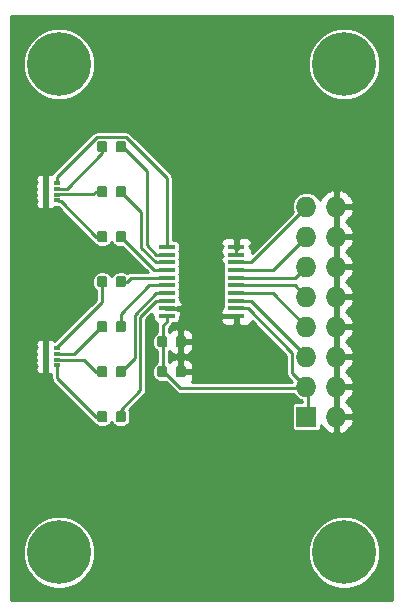
<source format=gbr>
G04 #@! TF.GenerationSoftware,KiCad,Pcbnew,(5.1.2)-1*
G04 #@! TF.CreationDate,2020-09-11T17:35:28+02:00*
G04 #@! TF.ProjectId,LEDadapter,4c454461-6461-4707-9465-722e6b696361,1.0*
G04 #@! TF.SameCoordinates,Original*
G04 #@! TF.FileFunction,Copper,L1,Top*
G04 #@! TF.FilePolarity,Positive*
%FSLAX46Y46*%
G04 Gerber Fmt 4.6, Leading zero omitted, Abs format (unit mm)*
G04 Created by KiCad (PCBNEW (5.1.2)-1) date 2020-09-11 17:35:28*
%MOMM*%
%LPD*%
G04 APERTURE LIST*
%ADD10C,0.100000*%
%ADD11C,0.875000*%
%ADD12C,5.400000*%
%ADD13R,1.727200X1.727200*%
%ADD14O,1.727200X1.727200*%
%ADD15R,0.500000X0.320000*%
%ADD16R,1.450000X0.450000*%
%ADD17C,0.250000*%
%ADD18C,0.254000*%
G04 APERTURE END LIST*
D10*
G36*
X93432691Y-94776053D02*
G01*
X93453926Y-94779203D01*
X93474750Y-94784419D01*
X93494962Y-94791651D01*
X93514368Y-94800830D01*
X93532781Y-94811866D01*
X93550024Y-94824654D01*
X93565930Y-94839070D01*
X93580346Y-94854976D01*
X93593134Y-94872219D01*
X93604170Y-94890632D01*
X93613349Y-94910038D01*
X93620581Y-94930250D01*
X93625797Y-94951074D01*
X93628947Y-94972309D01*
X93630000Y-94993750D01*
X93630000Y-95506250D01*
X93628947Y-95527691D01*
X93625797Y-95548926D01*
X93620581Y-95569750D01*
X93613349Y-95589962D01*
X93604170Y-95609368D01*
X93593134Y-95627781D01*
X93580346Y-95645024D01*
X93565930Y-95660930D01*
X93550024Y-95675346D01*
X93532781Y-95688134D01*
X93514368Y-95699170D01*
X93494962Y-95708349D01*
X93474750Y-95715581D01*
X93453926Y-95720797D01*
X93432691Y-95723947D01*
X93411250Y-95725000D01*
X92973750Y-95725000D01*
X92952309Y-95723947D01*
X92931074Y-95720797D01*
X92910250Y-95715581D01*
X92890038Y-95708349D01*
X92870632Y-95699170D01*
X92852219Y-95688134D01*
X92834976Y-95675346D01*
X92819070Y-95660930D01*
X92804654Y-95645024D01*
X92791866Y-95627781D01*
X92780830Y-95609368D01*
X92771651Y-95589962D01*
X92764419Y-95569750D01*
X92759203Y-95548926D01*
X92756053Y-95527691D01*
X92755000Y-95506250D01*
X92755000Y-94993750D01*
X92756053Y-94972309D01*
X92759203Y-94951074D01*
X92764419Y-94930250D01*
X92771651Y-94910038D01*
X92780830Y-94890632D01*
X92791866Y-94872219D01*
X92804654Y-94854976D01*
X92819070Y-94839070D01*
X92834976Y-94824654D01*
X92852219Y-94811866D01*
X92870632Y-94800830D01*
X92890038Y-94791651D01*
X92910250Y-94784419D01*
X92931074Y-94779203D01*
X92952309Y-94776053D01*
X92973750Y-94775000D01*
X93411250Y-94775000D01*
X93432691Y-94776053D01*
X93432691Y-94776053D01*
G37*
D11*
X93192500Y-95250000D03*
D10*
G36*
X95007691Y-94776053D02*
G01*
X95028926Y-94779203D01*
X95049750Y-94784419D01*
X95069962Y-94791651D01*
X95089368Y-94800830D01*
X95107781Y-94811866D01*
X95125024Y-94824654D01*
X95140930Y-94839070D01*
X95155346Y-94854976D01*
X95168134Y-94872219D01*
X95179170Y-94890632D01*
X95188349Y-94910038D01*
X95195581Y-94930250D01*
X95200797Y-94951074D01*
X95203947Y-94972309D01*
X95205000Y-94993750D01*
X95205000Y-95506250D01*
X95203947Y-95527691D01*
X95200797Y-95548926D01*
X95195581Y-95569750D01*
X95188349Y-95589962D01*
X95179170Y-95609368D01*
X95168134Y-95627781D01*
X95155346Y-95645024D01*
X95140930Y-95660930D01*
X95125024Y-95675346D01*
X95107781Y-95688134D01*
X95089368Y-95699170D01*
X95069962Y-95708349D01*
X95049750Y-95715581D01*
X95028926Y-95720797D01*
X95007691Y-95723947D01*
X94986250Y-95725000D01*
X94548750Y-95725000D01*
X94527309Y-95723947D01*
X94506074Y-95720797D01*
X94485250Y-95715581D01*
X94465038Y-95708349D01*
X94445632Y-95699170D01*
X94427219Y-95688134D01*
X94409976Y-95675346D01*
X94394070Y-95660930D01*
X94379654Y-95645024D01*
X94366866Y-95627781D01*
X94355830Y-95609368D01*
X94346651Y-95589962D01*
X94339419Y-95569750D01*
X94334203Y-95548926D01*
X94331053Y-95527691D01*
X94330000Y-95506250D01*
X94330000Y-94993750D01*
X94331053Y-94972309D01*
X94334203Y-94951074D01*
X94339419Y-94930250D01*
X94346651Y-94910038D01*
X94355830Y-94890632D01*
X94366866Y-94872219D01*
X94379654Y-94854976D01*
X94394070Y-94839070D01*
X94409976Y-94824654D01*
X94427219Y-94811866D01*
X94445632Y-94800830D01*
X94465038Y-94791651D01*
X94485250Y-94784419D01*
X94506074Y-94779203D01*
X94527309Y-94776053D01*
X94548750Y-94775000D01*
X94986250Y-94775000D01*
X95007691Y-94776053D01*
X95007691Y-94776053D01*
G37*
D11*
X94767500Y-95250000D03*
D10*
G36*
X95007691Y-92236053D02*
G01*
X95028926Y-92239203D01*
X95049750Y-92244419D01*
X95069962Y-92251651D01*
X95089368Y-92260830D01*
X95107781Y-92271866D01*
X95125024Y-92284654D01*
X95140930Y-92299070D01*
X95155346Y-92314976D01*
X95168134Y-92332219D01*
X95179170Y-92350632D01*
X95188349Y-92370038D01*
X95195581Y-92390250D01*
X95200797Y-92411074D01*
X95203947Y-92432309D01*
X95205000Y-92453750D01*
X95205000Y-92966250D01*
X95203947Y-92987691D01*
X95200797Y-93008926D01*
X95195581Y-93029750D01*
X95188349Y-93049962D01*
X95179170Y-93069368D01*
X95168134Y-93087781D01*
X95155346Y-93105024D01*
X95140930Y-93120930D01*
X95125024Y-93135346D01*
X95107781Y-93148134D01*
X95089368Y-93159170D01*
X95069962Y-93168349D01*
X95049750Y-93175581D01*
X95028926Y-93180797D01*
X95007691Y-93183947D01*
X94986250Y-93185000D01*
X94548750Y-93185000D01*
X94527309Y-93183947D01*
X94506074Y-93180797D01*
X94485250Y-93175581D01*
X94465038Y-93168349D01*
X94445632Y-93159170D01*
X94427219Y-93148134D01*
X94409976Y-93135346D01*
X94394070Y-93120930D01*
X94379654Y-93105024D01*
X94366866Y-93087781D01*
X94355830Y-93069368D01*
X94346651Y-93049962D01*
X94339419Y-93029750D01*
X94334203Y-93008926D01*
X94331053Y-92987691D01*
X94330000Y-92966250D01*
X94330000Y-92453750D01*
X94331053Y-92432309D01*
X94334203Y-92411074D01*
X94339419Y-92390250D01*
X94346651Y-92370038D01*
X94355830Y-92350632D01*
X94366866Y-92332219D01*
X94379654Y-92314976D01*
X94394070Y-92299070D01*
X94409976Y-92284654D01*
X94427219Y-92271866D01*
X94445632Y-92260830D01*
X94465038Y-92251651D01*
X94485250Y-92244419D01*
X94506074Y-92239203D01*
X94527309Y-92236053D01*
X94548750Y-92235000D01*
X94986250Y-92235000D01*
X95007691Y-92236053D01*
X95007691Y-92236053D01*
G37*
D11*
X94767500Y-92710000D03*
D10*
G36*
X93432691Y-92236053D02*
G01*
X93453926Y-92239203D01*
X93474750Y-92244419D01*
X93494962Y-92251651D01*
X93514368Y-92260830D01*
X93532781Y-92271866D01*
X93550024Y-92284654D01*
X93565930Y-92299070D01*
X93580346Y-92314976D01*
X93593134Y-92332219D01*
X93604170Y-92350632D01*
X93613349Y-92370038D01*
X93620581Y-92390250D01*
X93625797Y-92411074D01*
X93628947Y-92432309D01*
X93630000Y-92453750D01*
X93630000Y-92966250D01*
X93628947Y-92987691D01*
X93625797Y-93008926D01*
X93620581Y-93029750D01*
X93613349Y-93049962D01*
X93604170Y-93069368D01*
X93593134Y-93087781D01*
X93580346Y-93105024D01*
X93565930Y-93120930D01*
X93550024Y-93135346D01*
X93532781Y-93148134D01*
X93514368Y-93159170D01*
X93494962Y-93168349D01*
X93474750Y-93175581D01*
X93453926Y-93180797D01*
X93432691Y-93183947D01*
X93411250Y-93185000D01*
X92973750Y-93185000D01*
X92952309Y-93183947D01*
X92931074Y-93180797D01*
X92910250Y-93175581D01*
X92890038Y-93168349D01*
X92870632Y-93159170D01*
X92852219Y-93148134D01*
X92834976Y-93135346D01*
X92819070Y-93120930D01*
X92804654Y-93105024D01*
X92791866Y-93087781D01*
X92780830Y-93069368D01*
X92771651Y-93049962D01*
X92764419Y-93029750D01*
X92759203Y-93008926D01*
X92756053Y-92987691D01*
X92755000Y-92966250D01*
X92755000Y-92453750D01*
X92756053Y-92432309D01*
X92759203Y-92411074D01*
X92764419Y-92390250D01*
X92771651Y-92370038D01*
X92780830Y-92350632D01*
X92791866Y-92332219D01*
X92804654Y-92314976D01*
X92819070Y-92299070D01*
X92834976Y-92284654D01*
X92852219Y-92271866D01*
X92870632Y-92260830D01*
X92890038Y-92251651D01*
X92910250Y-92244419D01*
X92931074Y-92239203D01*
X92952309Y-92236053D01*
X92973750Y-92235000D01*
X93411250Y-92235000D01*
X93432691Y-92236053D01*
X93432691Y-92236053D01*
G37*
D11*
X93192500Y-92710000D03*
D10*
G36*
X88352691Y-98586053D02*
G01*
X88373926Y-98589203D01*
X88394750Y-98594419D01*
X88414962Y-98601651D01*
X88434368Y-98610830D01*
X88452781Y-98621866D01*
X88470024Y-98634654D01*
X88485930Y-98649070D01*
X88500346Y-98664976D01*
X88513134Y-98682219D01*
X88524170Y-98700632D01*
X88533349Y-98720038D01*
X88540581Y-98740250D01*
X88545797Y-98761074D01*
X88548947Y-98782309D01*
X88550000Y-98803750D01*
X88550000Y-99316250D01*
X88548947Y-99337691D01*
X88545797Y-99358926D01*
X88540581Y-99379750D01*
X88533349Y-99399962D01*
X88524170Y-99419368D01*
X88513134Y-99437781D01*
X88500346Y-99455024D01*
X88485930Y-99470930D01*
X88470024Y-99485346D01*
X88452781Y-99498134D01*
X88434368Y-99509170D01*
X88414962Y-99518349D01*
X88394750Y-99525581D01*
X88373926Y-99530797D01*
X88352691Y-99533947D01*
X88331250Y-99535000D01*
X87893750Y-99535000D01*
X87872309Y-99533947D01*
X87851074Y-99530797D01*
X87830250Y-99525581D01*
X87810038Y-99518349D01*
X87790632Y-99509170D01*
X87772219Y-99498134D01*
X87754976Y-99485346D01*
X87739070Y-99470930D01*
X87724654Y-99455024D01*
X87711866Y-99437781D01*
X87700830Y-99419368D01*
X87691651Y-99399962D01*
X87684419Y-99379750D01*
X87679203Y-99358926D01*
X87676053Y-99337691D01*
X87675000Y-99316250D01*
X87675000Y-98803750D01*
X87676053Y-98782309D01*
X87679203Y-98761074D01*
X87684419Y-98740250D01*
X87691651Y-98720038D01*
X87700830Y-98700632D01*
X87711866Y-98682219D01*
X87724654Y-98664976D01*
X87739070Y-98649070D01*
X87754976Y-98634654D01*
X87772219Y-98621866D01*
X87790632Y-98610830D01*
X87810038Y-98601651D01*
X87830250Y-98594419D01*
X87851074Y-98589203D01*
X87872309Y-98586053D01*
X87893750Y-98585000D01*
X88331250Y-98585000D01*
X88352691Y-98586053D01*
X88352691Y-98586053D01*
G37*
D11*
X88112500Y-99060000D03*
D10*
G36*
X89927691Y-98586053D02*
G01*
X89948926Y-98589203D01*
X89969750Y-98594419D01*
X89989962Y-98601651D01*
X90009368Y-98610830D01*
X90027781Y-98621866D01*
X90045024Y-98634654D01*
X90060930Y-98649070D01*
X90075346Y-98664976D01*
X90088134Y-98682219D01*
X90099170Y-98700632D01*
X90108349Y-98720038D01*
X90115581Y-98740250D01*
X90120797Y-98761074D01*
X90123947Y-98782309D01*
X90125000Y-98803750D01*
X90125000Y-99316250D01*
X90123947Y-99337691D01*
X90120797Y-99358926D01*
X90115581Y-99379750D01*
X90108349Y-99399962D01*
X90099170Y-99419368D01*
X90088134Y-99437781D01*
X90075346Y-99455024D01*
X90060930Y-99470930D01*
X90045024Y-99485346D01*
X90027781Y-99498134D01*
X90009368Y-99509170D01*
X89989962Y-99518349D01*
X89969750Y-99525581D01*
X89948926Y-99530797D01*
X89927691Y-99533947D01*
X89906250Y-99535000D01*
X89468750Y-99535000D01*
X89447309Y-99533947D01*
X89426074Y-99530797D01*
X89405250Y-99525581D01*
X89385038Y-99518349D01*
X89365632Y-99509170D01*
X89347219Y-99498134D01*
X89329976Y-99485346D01*
X89314070Y-99470930D01*
X89299654Y-99455024D01*
X89286866Y-99437781D01*
X89275830Y-99419368D01*
X89266651Y-99399962D01*
X89259419Y-99379750D01*
X89254203Y-99358926D01*
X89251053Y-99337691D01*
X89250000Y-99316250D01*
X89250000Y-98803750D01*
X89251053Y-98782309D01*
X89254203Y-98761074D01*
X89259419Y-98740250D01*
X89266651Y-98720038D01*
X89275830Y-98700632D01*
X89286866Y-98682219D01*
X89299654Y-98664976D01*
X89314070Y-98649070D01*
X89329976Y-98634654D01*
X89347219Y-98621866D01*
X89365632Y-98610830D01*
X89385038Y-98601651D01*
X89405250Y-98594419D01*
X89426074Y-98589203D01*
X89447309Y-98586053D01*
X89468750Y-98585000D01*
X89906250Y-98585000D01*
X89927691Y-98586053D01*
X89927691Y-98586053D01*
G37*
D11*
X89687500Y-99060000D03*
D10*
G36*
X89927691Y-94776053D02*
G01*
X89948926Y-94779203D01*
X89969750Y-94784419D01*
X89989962Y-94791651D01*
X90009368Y-94800830D01*
X90027781Y-94811866D01*
X90045024Y-94824654D01*
X90060930Y-94839070D01*
X90075346Y-94854976D01*
X90088134Y-94872219D01*
X90099170Y-94890632D01*
X90108349Y-94910038D01*
X90115581Y-94930250D01*
X90120797Y-94951074D01*
X90123947Y-94972309D01*
X90125000Y-94993750D01*
X90125000Y-95506250D01*
X90123947Y-95527691D01*
X90120797Y-95548926D01*
X90115581Y-95569750D01*
X90108349Y-95589962D01*
X90099170Y-95609368D01*
X90088134Y-95627781D01*
X90075346Y-95645024D01*
X90060930Y-95660930D01*
X90045024Y-95675346D01*
X90027781Y-95688134D01*
X90009368Y-95699170D01*
X89989962Y-95708349D01*
X89969750Y-95715581D01*
X89948926Y-95720797D01*
X89927691Y-95723947D01*
X89906250Y-95725000D01*
X89468750Y-95725000D01*
X89447309Y-95723947D01*
X89426074Y-95720797D01*
X89405250Y-95715581D01*
X89385038Y-95708349D01*
X89365632Y-95699170D01*
X89347219Y-95688134D01*
X89329976Y-95675346D01*
X89314070Y-95660930D01*
X89299654Y-95645024D01*
X89286866Y-95627781D01*
X89275830Y-95609368D01*
X89266651Y-95589962D01*
X89259419Y-95569750D01*
X89254203Y-95548926D01*
X89251053Y-95527691D01*
X89250000Y-95506250D01*
X89250000Y-94993750D01*
X89251053Y-94972309D01*
X89254203Y-94951074D01*
X89259419Y-94930250D01*
X89266651Y-94910038D01*
X89275830Y-94890632D01*
X89286866Y-94872219D01*
X89299654Y-94854976D01*
X89314070Y-94839070D01*
X89329976Y-94824654D01*
X89347219Y-94811866D01*
X89365632Y-94800830D01*
X89385038Y-94791651D01*
X89405250Y-94784419D01*
X89426074Y-94779203D01*
X89447309Y-94776053D01*
X89468750Y-94775000D01*
X89906250Y-94775000D01*
X89927691Y-94776053D01*
X89927691Y-94776053D01*
G37*
D11*
X89687500Y-95250000D03*
D10*
G36*
X88352691Y-94776053D02*
G01*
X88373926Y-94779203D01*
X88394750Y-94784419D01*
X88414962Y-94791651D01*
X88434368Y-94800830D01*
X88452781Y-94811866D01*
X88470024Y-94824654D01*
X88485930Y-94839070D01*
X88500346Y-94854976D01*
X88513134Y-94872219D01*
X88524170Y-94890632D01*
X88533349Y-94910038D01*
X88540581Y-94930250D01*
X88545797Y-94951074D01*
X88548947Y-94972309D01*
X88550000Y-94993750D01*
X88550000Y-95506250D01*
X88548947Y-95527691D01*
X88545797Y-95548926D01*
X88540581Y-95569750D01*
X88533349Y-95589962D01*
X88524170Y-95609368D01*
X88513134Y-95627781D01*
X88500346Y-95645024D01*
X88485930Y-95660930D01*
X88470024Y-95675346D01*
X88452781Y-95688134D01*
X88434368Y-95699170D01*
X88414962Y-95708349D01*
X88394750Y-95715581D01*
X88373926Y-95720797D01*
X88352691Y-95723947D01*
X88331250Y-95725000D01*
X87893750Y-95725000D01*
X87872309Y-95723947D01*
X87851074Y-95720797D01*
X87830250Y-95715581D01*
X87810038Y-95708349D01*
X87790632Y-95699170D01*
X87772219Y-95688134D01*
X87754976Y-95675346D01*
X87739070Y-95660930D01*
X87724654Y-95645024D01*
X87711866Y-95627781D01*
X87700830Y-95609368D01*
X87691651Y-95589962D01*
X87684419Y-95569750D01*
X87679203Y-95548926D01*
X87676053Y-95527691D01*
X87675000Y-95506250D01*
X87675000Y-94993750D01*
X87676053Y-94972309D01*
X87679203Y-94951074D01*
X87684419Y-94930250D01*
X87691651Y-94910038D01*
X87700830Y-94890632D01*
X87711866Y-94872219D01*
X87724654Y-94854976D01*
X87739070Y-94839070D01*
X87754976Y-94824654D01*
X87772219Y-94811866D01*
X87790632Y-94800830D01*
X87810038Y-94791651D01*
X87830250Y-94784419D01*
X87851074Y-94779203D01*
X87872309Y-94776053D01*
X87893750Y-94775000D01*
X88331250Y-94775000D01*
X88352691Y-94776053D01*
X88352691Y-94776053D01*
G37*
D11*
X88112500Y-95250000D03*
D10*
G36*
X88352691Y-90966053D02*
G01*
X88373926Y-90969203D01*
X88394750Y-90974419D01*
X88414962Y-90981651D01*
X88434368Y-90990830D01*
X88452781Y-91001866D01*
X88470024Y-91014654D01*
X88485930Y-91029070D01*
X88500346Y-91044976D01*
X88513134Y-91062219D01*
X88524170Y-91080632D01*
X88533349Y-91100038D01*
X88540581Y-91120250D01*
X88545797Y-91141074D01*
X88548947Y-91162309D01*
X88550000Y-91183750D01*
X88550000Y-91696250D01*
X88548947Y-91717691D01*
X88545797Y-91738926D01*
X88540581Y-91759750D01*
X88533349Y-91779962D01*
X88524170Y-91799368D01*
X88513134Y-91817781D01*
X88500346Y-91835024D01*
X88485930Y-91850930D01*
X88470024Y-91865346D01*
X88452781Y-91878134D01*
X88434368Y-91889170D01*
X88414962Y-91898349D01*
X88394750Y-91905581D01*
X88373926Y-91910797D01*
X88352691Y-91913947D01*
X88331250Y-91915000D01*
X87893750Y-91915000D01*
X87872309Y-91913947D01*
X87851074Y-91910797D01*
X87830250Y-91905581D01*
X87810038Y-91898349D01*
X87790632Y-91889170D01*
X87772219Y-91878134D01*
X87754976Y-91865346D01*
X87739070Y-91850930D01*
X87724654Y-91835024D01*
X87711866Y-91817781D01*
X87700830Y-91799368D01*
X87691651Y-91779962D01*
X87684419Y-91759750D01*
X87679203Y-91738926D01*
X87676053Y-91717691D01*
X87675000Y-91696250D01*
X87675000Y-91183750D01*
X87676053Y-91162309D01*
X87679203Y-91141074D01*
X87684419Y-91120250D01*
X87691651Y-91100038D01*
X87700830Y-91080632D01*
X87711866Y-91062219D01*
X87724654Y-91044976D01*
X87739070Y-91029070D01*
X87754976Y-91014654D01*
X87772219Y-91001866D01*
X87790632Y-90990830D01*
X87810038Y-90981651D01*
X87830250Y-90974419D01*
X87851074Y-90969203D01*
X87872309Y-90966053D01*
X87893750Y-90965000D01*
X88331250Y-90965000D01*
X88352691Y-90966053D01*
X88352691Y-90966053D01*
G37*
D11*
X88112500Y-91440000D03*
D10*
G36*
X89927691Y-90966053D02*
G01*
X89948926Y-90969203D01*
X89969750Y-90974419D01*
X89989962Y-90981651D01*
X90009368Y-90990830D01*
X90027781Y-91001866D01*
X90045024Y-91014654D01*
X90060930Y-91029070D01*
X90075346Y-91044976D01*
X90088134Y-91062219D01*
X90099170Y-91080632D01*
X90108349Y-91100038D01*
X90115581Y-91120250D01*
X90120797Y-91141074D01*
X90123947Y-91162309D01*
X90125000Y-91183750D01*
X90125000Y-91696250D01*
X90123947Y-91717691D01*
X90120797Y-91738926D01*
X90115581Y-91759750D01*
X90108349Y-91779962D01*
X90099170Y-91799368D01*
X90088134Y-91817781D01*
X90075346Y-91835024D01*
X90060930Y-91850930D01*
X90045024Y-91865346D01*
X90027781Y-91878134D01*
X90009368Y-91889170D01*
X89989962Y-91898349D01*
X89969750Y-91905581D01*
X89948926Y-91910797D01*
X89927691Y-91913947D01*
X89906250Y-91915000D01*
X89468750Y-91915000D01*
X89447309Y-91913947D01*
X89426074Y-91910797D01*
X89405250Y-91905581D01*
X89385038Y-91898349D01*
X89365632Y-91889170D01*
X89347219Y-91878134D01*
X89329976Y-91865346D01*
X89314070Y-91850930D01*
X89299654Y-91835024D01*
X89286866Y-91817781D01*
X89275830Y-91799368D01*
X89266651Y-91779962D01*
X89259419Y-91759750D01*
X89254203Y-91738926D01*
X89251053Y-91717691D01*
X89250000Y-91696250D01*
X89250000Y-91183750D01*
X89251053Y-91162309D01*
X89254203Y-91141074D01*
X89259419Y-91120250D01*
X89266651Y-91100038D01*
X89275830Y-91080632D01*
X89286866Y-91062219D01*
X89299654Y-91044976D01*
X89314070Y-91029070D01*
X89329976Y-91014654D01*
X89347219Y-91001866D01*
X89365632Y-90990830D01*
X89385038Y-90981651D01*
X89405250Y-90974419D01*
X89426074Y-90969203D01*
X89447309Y-90966053D01*
X89468750Y-90965000D01*
X89906250Y-90965000D01*
X89927691Y-90966053D01*
X89927691Y-90966053D01*
G37*
D11*
X89687500Y-91440000D03*
D10*
G36*
X89927691Y-87156053D02*
G01*
X89948926Y-87159203D01*
X89969750Y-87164419D01*
X89989962Y-87171651D01*
X90009368Y-87180830D01*
X90027781Y-87191866D01*
X90045024Y-87204654D01*
X90060930Y-87219070D01*
X90075346Y-87234976D01*
X90088134Y-87252219D01*
X90099170Y-87270632D01*
X90108349Y-87290038D01*
X90115581Y-87310250D01*
X90120797Y-87331074D01*
X90123947Y-87352309D01*
X90125000Y-87373750D01*
X90125000Y-87886250D01*
X90123947Y-87907691D01*
X90120797Y-87928926D01*
X90115581Y-87949750D01*
X90108349Y-87969962D01*
X90099170Y-87989368D01*
X90088134Y-88007781D01*
X90075346Y-88025024D01*
X90060930Y-88040930D01*
X90045024Y-88055346D01*
X90027781Y-88068134D01*
X90009368Y-88079170D01*
X89989962Y-88088349D01*
X89969750Y-88095581D01*
X89948926Y-88100797D01*
X89927691Y-88103947D01*
X89906250Y-88105000D01*
X89468750Y-88105000D01*
X89447309Y-88103947D01*
X89426074Y-88100797D01*
X89405250Y-88095581D01*
X89385038Y-88088349D01*
X89365632Y-88079170D01*
X89347219Y-88068134D01*
X89329976Y-88055346D01*
X89314070Y-88040930D01*
X89299654Y-88025024D01*
X89286866Y-88007781D01*
X89275830Y-87989368D01*
X89266651Y-87969962D01*
X89259419Y-87949750D01*
X89254203Y-87928926D01*
X89251053Y-87907691D01*
X89250000Y-87886250D01*
X89250000Y-87373750D01*
X89251053Y-87352309D01*
X89254203Y-87331074D01*
X89259419Y-87310250D01*
X89266651Y-87290038D01*
X89275830Y-87270632D01*
X89286866Y-87252219D01*
X89299654Y-87234976D01*
X89314070Y-87219070D01*
X89329976Y-87204654D01*
X89347219Y-87191866D01*
X89365632Y-87180830D01*
X89385038Y-87171651D01*
X89405250Y-87164419D01*
X89426074Y-87159203D01*
X89447309Y-87156053D01*
X89468750Y-87155000D01*
X89906250Y-87155000D01*
X89927691Y-87156053D01*
X89927691Y-87156053D01*
G37*
D11*
X89687500Y-87630000D03*
D10*
G36*
X88352691Y-87156053D02*
G01*
X88373926Y-87159203D01*
X88394750Y-87164419D01*
X88414962Y-87171651D01*
X88434368Y-87180830D01*
X88452781Y-87191866D01*
X88470024Y-87204654D01*
X88485930Y-87219070D01*
X88500346Y-87234976D01*
X88513134Y-87252219D01*
X88524170Y-87270632D01*
X88533349Y-87290038D01*
X88540581Y-87310250D01*
X88545797Y-87331074D01*
X88548947Y-87352309D01*
X88550000Y-87373750D01*
X88550000Y-87886250D01*
X88548947Y-87907691D01*
X88545797Y-87928926D01*
X88540581Y-87949750D01*
X88533349Y-87969962D01*
X88524170Y-87989368D01*
X88513134Y-88007781D01*
X88500346Y-88025024D01*
X88485930Y-88040930D01*
X88470024Y-88055346D01*
X88452781Y-88068134D01*
X88434368Y-88079170D01*
X88414962Y-88088349D01*
X88394750Y-88095581D01*
X88373926Y-88100797D01*
X88352691Y-88103947D01*
X88331250Y-88105000D01*
X87893750Y-88105000D01*
X87872309Y-88103947D01*
X87851074Y-88100797D01*
X87830250Y-88095581D01*
X87810038Y-88088349D01*
X87790632Y-88079170D01*
X87772219Y-88068134D01*
X87754976Y-88055346D01*
X87739070Y-88040930D01*
X87724654Y-88025024D01*
X87711866Y-88007781D01*
X87700830Y-87989368D01*
X87691651Y-87969962D01*
X87684419Y-87949750D01*
X87679203Y-87928926D01*
X87676053Y-87907691D01*
X87675000Y-87886250D01*
X87675000Y-87373750D01*
X87676053Y-87352309D01*
X87679203Y-87331074D01*
X87684419Y-87310250D01*
X87691651Y-87290038D01*
X87700830Y-87270632D01*
X87711866Y-87252219D01*
X87724654Y-87234976D01*
X87739070Y-87219070D01*
X87754976Y-87204654D01*
X87772219Y-87191866D01*
X87790632Y-87180830D01*
X87810038Y-87171651D01*
X87830250Y-87164419D01*
X87851074Y-87159203D01*
X87872309Y-87156053D01*
X87893750Y-87155000D01*
X88331250Y-87155000D01*
X88352691Y-87156053D01*
X88352691Y-87156053D01*
G37*
D11*
X88112500Y-87630000D03*
D10*
G36*
X88352691Y-83346053D02*
G01*
X88373926Y-83349203D01*
X88394750Y-83354419D01*
X88414962Y-83361651D01*
X88434368Y-83370830D01*
X88452781Y-83381866D01*
X88470024Y-83394654D01*
X88485930Y-83409070D01*
X88500346Y-83424976D01*
X88513134Y-83442219D01*
X88524170Y-83460632D01*
X88533349Y-83480038D01*
X88540581Y-83500250D01*
X88545797Y-83521074D01*
X88548947Y-83542309D01*
X88550000Y-83563750D01*
X88550000Y-84076250D01*
X88548947Y-84097691D01*
X88545797Y-84118926D01*
X88540581Y-84139750D01*
X88533349Y-84159962D01*
X88524170Y-84179368D01*
X88513134Y-84197781D01*
X88500346Y-84215024D01*
X88485930Y-84230930D01*
X88470024Y-84245346D01*
X88452781Y-84258134D01*
X88434368Y-84269170D01*
X88414962Y-84278349D01*
X88394750Y-84285581D01*
X88373926Y-84290797D01*
X88352691Y-84293947D01*
X88331250Y-84295000D01*
X87893750Y-84295000D01*
X87872309Y-84293947D01*
X87851074Y-84290797D01*
X87830250Y-84285581D01*
X87810038Y-84278349D01*
X87790632Y-84269170D01*
X87772219Y-84258134D01*
X87754976Y-84245346D01*
X87739070Y-84230930D01*
X87724654Y-84215024D01*
X87711866Y-84197781D01*
X87700830Y-84179368D01*
X87691651Y-84159962D01*
X87684419Y-84139750D01*
X87679203Y-84118926D01*
X87676053Y-84097691D01*
X87675000Y-84076250D01*
X87675000Y-83563750D01*
X87676053Y-83542309D01*
X87679203Y-83521074D01*
X87684419Y-83500250D01*
X87691651Y-83480038D01*
X87700830Y-83460632D01*
X87711866Y-83442219D01*
X87724654Y-83424976D01*
X87739070Y-83409070D01*
X87754976Y-83394654D01*
X87772219Y-83381866D01*
X87790632Y-83370830D01*
X87810038Y-83361651D01*
X87830250Y-83354419D01*
X87851074Y-83349203D01*
X87872309Y-83346053D01*
X87893750Y-83345000D01*
X88331250Y-83345000D01*
X88352691Y-83346053D01*
X88352691Y-83346053D01*
G37*
D11*
X88112500Y-83820000D03*
D10*
G36*
X89927691Y-83346053D02*
G01*
X89948926Y-83349203D01*
X89969750Y-83354419D01*
X89989962Y-83361651D01*
X90009368Y-83370830D01*
X90027781Y-83381866D01*
X90045024Y-83394654D01*
X90060930Y-83409070D01*
X90075346Y-83424976D01*
X90088134Y-83442219D01*
X90099170Y-83460632D01*
X90108349Y-83480038D01*
X90115581Y-83500250D01*
X90120797Y-83521074D01*
X90123947Y-83542309D01*
X90125000Y-83563750D01*
X90125000Y-84076250D01*
X90123947Y-84097691D01*
X90120797Y-84118926D01*
X90115581Y-84139750D01*
X90108349Y-84159962D01*
X90099170Y-84179368D01*
X90088134Y-84197781D01*
X90075346Y-84215024D01*
X90060930Y-84230930D01*
X90045024Y-84245346D01*
X90027781Y-84258134D01*
X90009368Y-84269170D01*
X89989962Y-84278349D01*
X89969750Y-84285581D01*
X89948926Y-84290797D01*
X89927691Y-84293947D01*
X89906250Y-84295000D01*
X89468750Y-84295000D01*
X89447309Y-84293947D01*
X89426074Y-84290797D01*
X89405250Y-84285581D01*
X89385038Y-84278349D01*
X89365632Y-84269170D01*
X89347219Y-84258134D01*
X89329976Y-84245346D01*
X89314070Y-84230930D01*
X89299654Y-84215024D01*
X89286866Y-84197781D01*
X89275830Y-84179368D01*
X89266651Y-84159962D01*
X89259419Y-84139750D01*
X89254203Y-84118926D01*
X89251053Y-84097691D01*
X89250000Y-84076250D01*
X89250000Y-83563750D01*
X89251053Y-83542309D01*
X89254203Y-83521074D01*
X89259419Y-83500250D01*
X89266651Y-83480038D01*
X89275830Y-83460632D01*
X89286866Y-83442219D01*
X89299654Y-83424976D01*
X89314070Y-83409070D01*
X89329976Y-83394654D01*
X89347219Y-83381866D01*
X89365632Y-83370830D01*
X89385038Y-83361651D01*
X89405250Y-83354419D01*
X89426074Y-83349203D01*
X89447309Y-83346053D01*
X89468750Y-83345000D01*
X89906250Y-83345000D01*
X89927691Y-83346053D01*
X89927691Y-83346053D01*
G37*
D11*
X89687500Y-83820000D03*
D10*
G36*
X89927691Y-79536053D02*
G01*
X89948926Y-79539203D01*
X89969750Y-79544419D01*
X89989962Y-79551651D01*
X90009368Y-79560830D01*
X90027781Y-79571866D01*
X90045024Y-79584654D01*
X90060930Y-79599070D01*
X90075346Y-79614976D01*
X90088134Y-79632219D01*
X90099170Y-79650632D01*
X90108349Y-79670038D01*
X90115581Y-79690250D01*
X90120797Y-79711074D01*
X90123947Y-79732309D01*
X90125000Y-79753750D01*
X90125000Y-80266250D01*
X90123947Y-80287691D01*
X90120797Y-80308926D01*
X90115581Y-80329750D01*
X90108349Y-80349962D01*
X90099170Y-80369368D01*
X90088134Y-80387781D01*
X90075346Y-80405024D01*
X90060930Y-80420930D01*
X90045024Y-80435346D01*
X90027781Y-80448134D01*
X90009368Y-80459170D01*
X89989962Y-80468349D01*
X89969750Y-80475581D01*
X89948926Y-80480797D01*
X89927691Y-80483947D01*
X89906250Y-80485000D01*
X89468750Y-80485000D01*
X89447309Y-80483947D01*
X89426074Y-80480797D01*
X89405250Y-80475581D01*
X89385038Y-80468349D01*
X89365632Y-80459170D01*
X89347219Y-80448134D01*
X89329976Y-80435346D01*
X89314070Y-80420930D01*
X89299654Y-80405024D01*
X89286866Y-80387781D01*
X89275830Y-80369368D01*
X89266651Y-80349962D01*
X89259419Y-80329750D01*
X89254203Y-80308926D01*
X89251053Y-80287691D01*
X89250000Y-80266250D01*
X89250000Y-79753750D01*
X89251053Y-79732309D01*
X89254203Y-79711074D01*
X89259419Y-79690250D01*
X89266651Y-79670038D01*
X89275830Y-79650632D01*
X89286866Y-79632219D01*
X89299654Y-79614976D01*
X89314070Y-79599070D01*
X89329976Y-79584654D01*
X89347219Y-79571866D01*
X89365632Y-79560830D01*
X89385038Y-79551651D01*
X89405250Y-79544419D01*
X89426074Y-79539203D01*
X89447309Y-79536053D01*
X89468750Y-79535000D01*
X89906250Y-79535000D01*
X89927691Y-79536053D01*
X89927691Y-79536053D01*
G37*
D11*
X89687500Y-80010000D03*
D10*
G36*
X88352691Y-79536053D02*
G01*
X88373926Y-79539203D01*
X88394750Y-79544419D01*
X88414962Y-79551651D01*
X88434368Y-79560830D01*
X88452781Y-79571866D01*
X88470024Y-79584654D01*
X88485930Y-79599070D01*
X88500346Y-79614976D01*
X88513134Y-79632219D01*
X88524170Y-79650632D01*
X88533349Y-79670038D01*
X88540581Y-79690250D01*
X88545797Y-79711074D01*
X88548947Y-79732309D01*
X88550000Y-79753750D01*
X88550000Y-80266250D01*
X88548947Y-80287691D01*
X88545797Y-80308926D01*
X88540581Y-80329750D01*
X88533349Y-80349962D01*
X88524170Y-80369368D01*
X88513134Y-80387781D01*
X88500346Y-80405024D01*
X88485930Y-80420930D01*
X88470024Y-80435346D01*
X88452781Y-80448134D01*
X88434368Y-80459170D01*
X88414962Y-80468349D01*
X88394750Y-80475581D01*
X88373926Y-80480797D01*
X88352691Y-80483947D01*
X88331250Y-80485000D01*
X87893750Y-80485000D01*
X87872309Y-80483947D01*
X87851074Y-80480797D01*
X87830250Y-80475581D01*
X87810038Y-80468349D01*
X87790632Y-80459170D01*
X87772219Y-80448134D01*
X87754976Y-80435346D01*
X87739070Y-80420930D01*
X87724654Y-80405024D01*
X87711866Y-80387781D01*
X87700830Y-80369368D01*
X87691651Y-80349962D01*
X87684419Y-80329750D01*
X87679203Y-80308926D01*
X87676053Y-80287691D01*
X87675000Y-80266250D01*
X87675000Y-79753750D01*
X87676053Y-79732309D01*
X87679203Y-79711074D01*
X87684419Y-79690250D01*
X87691651Y-79670038D01*
X87700830Y-79650632D01*
X87711866Y-79632219D01*
X87724654Y-79614976D01*
X87739070Y-79599070D01*
X87754976Y-79584654D01*
X87772219Y-79571866D01*
X87790632Y-79560830D01*
X87810038Y-79551651D01*
X87830250Y-79544419D01*
X87851074Y-79539203D01*
X87872309Y-79536053D01*
X87893750Y-79535000D01*
X88331250Y-79535000D01*
X88352691Y-79536053D01*
X88352691Y-79536053D01*
G37*
D11*
X88112500Y-80010000D03*
D10*
G36*
X88352691Y-75726053D02*
G01*
X88373926Y-75729203D01*
X88394750Y-75734419D01*
X88414962Y-75741651D01*
X88434368Y-75750830D01*
X88452781Y-75761866D01*
X88470024Y-75774654D01*
X88485930Y-75789070D01*
X88500346Y-75804976D01*
X88513134Y-75822219D01*
X88524170Y-75840632D01*
X88533349Y-75860038D01*
X88540581Y-75880250D01*
X88545797Y-75901074D01*
X88548947Y-75922309D01*
X88550000Y-75943750D01*
X88550000Y-76456250D01*
X88548947Y-76477691D01*
X88545797Y-76498926D01*
X88540581Y-76519750D01*
X88533349Y-76539962D01*
X88524170Y-76559368D01*
X88513134Y-76577781D01*
X88500346Y-76595024D01*
X88485930Y-76610930D01*
X88470024Y-76625346D01*
X88452781Y-76638134D01*
X88434368Y-76649170D01*
X88414962Y-76658349D01*
X88394750Y-76665581D01*
X88373926Y-76670797D01*
X88352691Y-76673947D01*
X88331250Y-76675000D01*
X87893750Y-76675000D01*
X87872309Y-76673947D01*
X87851074Y-76670797D01*
X87830250Y-76665581D01*
X87810038Y-76658349D01*
X87790632Y-76649170D01*
X87772219Y-76638134D01*
X87754976Y-76625346D01*
X87739070Y-76610930D01*
X87724654Y-76595024D01*
X87711866Y-76577781D01*
X87700830Y-76559368D01*
X87691651Y-76539962D01*
X87684419Y-76519750D01*
X87679203Y-76498926D01*
X87676053Y-76477691D01*
X87675000Y-76456250D01*
X87675000Y-75943750D01*
X87676053Y-75922309D01*
X87679203Y-75901074D01*
X87684419Y-75880250D01*
X87691651Y-75860038D01*
X87700830Y-75840632D01*
X87711866Y-75822219D01*
X87724654Y-75804976D01*
X87739070Y-75789070D01*
X87754976Y-75774654D01*
X87772219Y-75761866D01*
X87790632Y-75750830D01*
X87810038Y-75741651D01*
X87830250Y-75734419D01*
X87851074Y-75729203D01*
X87872309Y-75726053D01*
X87893750Y-75725000D01*
X88331250Y-75725000D01*
X88352691Y-75726053D01*
X88352691Y-75726053D01*
G37*
D11*
X88112500Y-76200000D03*
D10*
G36*
X89927691Y-75726053D02*
G01*
X89948926Y-75729203D01*
X89969750Y-75734419D01*
X89989962Y-75741651D01*
X90009368Y-75750830D01*
X90027781Y-75761866D01*
X90045024Y-75774654D01*
X90060930Y-75789070D01*
X90075346Y-75804976D01*
X90088134Y-75822219D01*
X90099170Y-75840632D01*
X90108349Y-75860038D01*
X90115581Y-75880250D01*
X90120797Y-75901074D01*
X90123947Y-75922309D01*
X90125000Y-75943750D01*
X90125000Y-76456250D01*
X90123947Y-76477691D01*
X90120797Y-76498926D01*
X90115581Y-76519750D01*
X90108349Y-76539962D01*
X90099170Y-76559368D01*
X90088134Y-76577781D01*
X90075346Y-76595024D01*
X90060930Y-76610930D01*
X90045024Y-76625346D01*
X90027781Y-76638134D01*
X90009368Y-76649170D01*
X89989962Y-76658349D01*
X89969750Y-76665581D01*
X89948926Y-76670797D01*
X89927691Y-76673947D01*
X89906250Y-76675000D01*
X89468750Y-76675000D01*
X89447309Y-76673947D01*
X89426074Y-76670797D01*
X89405250Y-76665581D01*
X89385038Y-76658349D01*
X89365632Y-76649170D01*
X89347219Y-76638134D01*
X89329976Y-76625346D01*
X89314070Y-76610930D01*
X89299654Y-76595024D01*
X89286866Y-76577781D01*
X89275830Y-76559368D01*
X89266651Y-76539962D01*
X89259419Y-76519750D01*
X89254203Y-76498926D01*
X89251053Y-76477691D01*
X89250000Y-76456250D01*
X89250000Y-75943750D01*
X89251053Y-75922309D01*
X89254203Y-75901074D01*
X89259419Y-75880250D01*
X89266651Y-75860038D01*
X89275830Y-75840632D01*
X89286866Y-75822219D01*
X89299654Y-75804976D01*
X89314070Y-75789070D01*
X89329976Y-75774654D01*
X89347219Y-75761866D01*
X89365632Y-75750830D01*
X89385038Y-75741651D01*
X89405250Y-75734419D01*
X89426074Y-75729203D01*
X89447309Y-75726053D01*
X89468750Y-75725000D01*
X89906250Y-75725000D01*
X89927691Y-75726053D01*
X89927691Y-75726053D01*
G37*
D11*
X89687500Y-76200000D03*
D12*
X84455000Y-69215000D03*
X108585000Y-69215000D03*
X84455000Y-110553500D03*
X108585000Y-110553500D03*
D13*
X105410000Y-99060000D03*
D14*
X107950000Y-99060000D03*
X105410000Y-96520000D03*
X107950000Y-96520000D03*
X105410000Y-93980000D03*
X107950000Y-93980000D03*
X105410000Y-91440000D03*
X107950000Y-91440000D03*
X105410000Y-88900000D03*
X107950000Y-88900000D03*
X105410000Y-86360000D03*
X107950000Y-86360000D03*
X105410000Y-83820000D03*
X107950000Y-83820000D03*
X105410000Y-81280000D03*
X107950000Y-81280000D03*
D15*
X84320000Y-94730000D03*
X84320000Y-93730000D03*
X84320000Y-94230000D03*
X84320000Y-93230000D03*
X83320000Y-94230000D03*
X83320000Y-94730000D03*
X83320000Y-93730000D03*
X83320000Y-93230000D03*
X83320000Y-79260000D03*
X83320000Y-79760000D03*
X83320000Y-80760000D03*
X83320000Y-80260000D03*
X84320000Y-79260000D03*
X84320000Y-80260000D03*
X84320000Y-79760000D03*
X84320000Y-80760000D03*
D16*
X99470000Y-90555000D03*
X99470000Y-89905000D03*
X99470000Y-89255000D03*
X99470000Y-88605000D03*
X99470000Y-87955000D03*
X99470000Y-87305000D03*
X99470000Y-86655000D03*
X99470000Y-86005000D03*
X99470000Y-85355000D03*
X99470000Y-84705000D03*
X93570000Y-84705000D03*
X93570000Y-85355000D03*
X93570000Y-86005000D03*
X93570000Y-86655000D03*
X93570000Y-87305000D03*
X93570000Y-87955000D03*
X93570000Y-88605000D03*
X93570000Y-89255000D03*
X93570000Y-89905000D03*
X93570000Y-90555000D03*
D17*
X93570000Y-91030000D02*
X93281500Y-91318500D01*
X93570000Y-90555000D02*
X93570000Y-91030000D01*
X93281500Y-91318500D02*
X93281500Y-95186500D01*
X93281500Y-95186500D02*
X94742000Y-96647000D01*
X94742000Y-96647000D02*
X105410000Y-96647000D01*
X105410000Y-96647000D02*
X105537000Y-96774000D01*
X105537000Y-96774000D02*
X105537000Y-99123500D01*
X104221399Y-93681399D02*
X104221399Y-95394899D01*
X99470000Y-89905000D02*
X100445000Y-89905000D01*
X100445000Y-89905000D02*
X104221399Y-93681399D01*
X104221399Y-95394899D02*
X105156000Y-96329500D01*
X105156000Y-96329500D02*
X105346500Y-96329500D01*
X94545000Y-89905000D02*
X94805500Y-90165500D01*
X93570000Y-89905000D02*
X94545000Y-89905000D01*
X94805500Y-90165500D02*
X94805500Y-92710000D01*
X99470000Y-85355000D02*
X99470000Y-84738000D01*
X99470000Y-84738000D02*
X99441000Y-84709000D01*
X91318510Y-96853990D02*
X91318510Y-94255400D01*
X89687500Y-99060000D02*
X89687500Y-98485000D01*
X89687500Y-98485000D02*
X91318510Y-96853990D01*
X91318510Y-90621488D02*
X92658998Y-89281000D01*
X91318510Y-94255400D02*
X91318510Y-90621488D01*
X92658998Y-89281000D02*
X93535500Y-89281000D01*
X87575000Y-99060000D02*
X84328000Y-95813000D01*
X88112500Y-99060000D02*
X87575000Y-99060000D01*
X84328000Y-95813000D02*
X84328000Y-94805500D01*
X87575000Y-95250000D02*
X86559000Y-94234000D01*
X88112500Y-95250000D02*
X87575000Y-95250000D01*
X86559000Y-94234000D02*
X84391500Y-94234000D01*
X89687500Y-95250000D02*
X90868500Y-94069000D01*
X90868500Y-90421498D02*
X92707498Y-88582500D01*
X90868500Y-94069000D02*
X90868500Y-90421498D01*
X92707498Y-88582500D02*
X93662500Y-88582500D01*
X89687500Y-91440000D02*
X89687500Y-90335000D01*
X89687500Y-90335000D02*
X92075000Y-87947500D01*
X92075000Y-87947500D02*
X93599000Y-87947500D01*
X84320000Y-93730000D02*
X85721000Y-93730000D01*
X85721000Y-93730000D02*
X88011000Y-91440000D01*
X88112500Y-87630000D02*
X88112500Y-89370000D01*
X88112500Y-89370000D02*
X84328000Y-93154500D01*
X90225000Y-87630000D02*
X90542500Y-87312500D01*
X89687500Y-87630000D02*
X90225000Y-87630000D01*
X90542500Y-87312500D02*
X93599000Y-87312500D01*
X89687500Y-83820000D02*
X92481500Y-86614000D01*
X92481500Y-86614000D02*
X93599000Y-86614000D01*
X87575000Y-83820000D02*
X84590500Y-80835500D01*
X88112500Y-83820000D02*
X87575000Y-83820000D01*
X84590500Y-80835500D02*
X84391500Y-80835500D01*
X87339999Y-80245001D02*
X84830001Y-80245001D01*
X88112500Y-80010000D02*
X87575000Y-80010000D01*
X87575000Y-80010000D02*
X87339999Y-80245001D01*
X84830001Y-80245001D02*
X84391500Y-80245001D01*
X91434491Y-84754493D02*
X92658998Y-85979000D01*
X89687500Y-80010000D02*
X91434491Y-81756991D01*
X91434491Y-81756991D02*
X91434491Y-84754493D01*
X92658998Y-85979000D02*
X93535500Y-85979000D01*
X88112500Y-76775000D02*
X85131500Y-79756000D01*
X88112500Y-76200000D02*
X88112500Y-76775000D01*
X85131500Y-79756000D02*
X84391500Y-79756000D01*
X92684998Y-85355000D02*
X91884500Y-84554502D01*
X93570000Y-85355000D02*
X92684998Y-85355000D01*
X91884500Y-84554502D02*
X91884500Y-78232000D01*
X91884500Y-78232000D02*
X89789000Y-76136500D01*
X100685000Y-89255000D02*
X105346500Y-93916500D01*
X99470000Y-89255000D02*
X100685000Y-89255000D01*
X99470000Y-88605000D02*
X102575000Y-88605000D01*
X102575000Y-88605000D02*
X105410000Y-91440000D01*
X99470000Y-87955000D02*
X104465000Y-87955000D01*
X104465000Y-87955000D02*
X105410000Y-88900000D01*
X104465000Y-87305000D02*
X104546401Y-87223599D01*
X99470000Y-87305000D02*
X104465000Y-87305000D01*
X104546401Y-87223599D02*
X105410000Y-86360000D01*
X99470000Y-86655000D02*
X102575000Y-86655000D01*
X102575000Y-86655000D02*
X105410000Y-83820000D01*
X100685000Y-86005000D02*
X105410000Y-81280000D01*
X99470000Y-86005000D02*
X100685000Y-86005000D01*
X87668516Y-75399990D02*
X84328000Y-78740506D01*
X90131484Y-75399990D02*
X87668516Y-75399990D01*
X93570000Y-84705000D02*
X93570000Y-78838506D01*
X93570000Y-78838506D02*
X90131484Y-75399990D01*
X84328000Y-78740506D02*
X84328000Y-79274999D01*
D18*
G36*
X112624000Y-114577500D02*
G01*
X80406000Y-114577500D01*
X80406000Y-110250048D01*
X81374000Y-110250048D01*
X81374000Y-110856952D01*
X81492401Y-111452195D01*
X81724653Y-112012901D01*
X82061831Y-112517523D01*
X82490977Y-112946669D01*
X82995599Y-113283847D01*
X83556305Y-113516099D01*
X84151548Y-113634500D01*
X84758452Y-113634500D01*
X85353695Y-113516099D01*
X85914401Y-113283847D01*
X86419023Y-112946669D01*
X86848169Y-112517523D01*
X87185347Y-112012901D01*
X87417599Y-111452195D01*
X87536000Y-110856952D01*
X87536000Y-110250048D01*
X105504000Y-110250048D01*
X105504000Y-110856952D01*
X105622401Y-111452195D01*
X105854653Y-112012901D01*
X106191831Y-112517523D01*
X106620977Y-112946669D01*
X107125599Y-113283847D01*
X107686305Y-113516099D01*
X108281548Y-113634500D01*
X108888452Y-113634500D01*
X109483695Y-113516099D01*
X110044401Y-113283847D01*
X110549023Y-112946669D01*
X110978169Y-112517523D01*
X111315347Y-112012901D01*
X111547599Y-111452195D01*
X111666000Y-110856952D01*
X111666000Y-110250048D01*
X111547599Y-109654805D01*
X111315347Y-109094099D01*
X110978169Y-108589477D01*
X110549023Y-108160331D01*
X110044401Y-107823153D01*
X109483695Y-107590901D01*
X108888452Y-107472500D01*
X108281548Y-107472500D01*
X107686305Y-107590901D01*
X107125599Y-107823153D01*
X106620977Y-108160331D01*
X106191831Y-108589477D01*
X105854653Y-109094099D01*
X105622401Y-109654805D01*
X105504000Y-110250048D01*
X87536000Y-110250048D01*
X87417599Y-109654805D01*
X87185347Y-109094099D01*
X86848169Y-108589477D01*
X86419023Y-108160331D01*
X85914401Y-107823153D01*
X85353695Y-107590901D01*
X84758452Y-107472500D01*
X84151548Y-107472500D01*
X83556305Y-107590901D01*
X82995599Y-107823153D01*
X82490977Y-108160331D01*
X82061831Y-108589477D01*
X81724653Y-109094099D01*
X81492401Y-109654805D01*
X81374000Y-110250048D01*
X80406000Y-110250048D01*
X80406000Y-93038250D01*
X82435000Y-93038250D01*
X82571884Y-93175134D01*
X82549583Y-93200810D01*
X82487557Y-93309432D01*
X82457566Y-93399184D01*
X82435000Y-93421750D01*
X82441827Y-93480000D01*
X82435000Y-93538250D01*
X82457566Y-93560816D01*
X82487557Y-93650568D01*
X82532915Y-93730000D01*
X82487557Y-93809432D01*
X82457566Y-93899184D01*
X82435000Y-93921750D01*
X82441827Y-93980000D01*
X82435000Y-94038250D01*
X82457566Y-94060816D01*
X82487557Y-94150568D01*
X82532915Y-94230000D01*
X82487557Y-94309432D01*
X82457566Y-94399184D01*
X82435000Y-94421750D01*
X82441827Y-94480000D01*
X82435000Y-94538250D01*
X82457566Y-94560816D01*
X82487557Y-94650568D01*
X82549583Y-94759190D01*
X82571884Y-94784866D01*
X82435000Y-94921750D01*
X82447914Y-95031932D01*
X82487557Y-95150568D01*
X82549583Y-95259190D01*
X82631608Y-95353625D01*
X82730480Y-95430243D01*
X82842400Y-95486099D01*
X82963066Y-95519048D01*
X83038250Y-95525000D01*
X83197000Y-95366250D01*
X83197000Y-92593750D01*
X83038250Y-92435000D01*
X82963066Y-92440952D01*
X82842400Y-92473901D01*
X82730480Y-92529757D01*
X82631608Y-92606375D01*
X82549583Y-92700810D01*
X82487557Y-92809432D01*
X82447914Y-92928068D01*
X82435000Y-93038250D01*
X80406000Y-93038250D01*
X80406000Y-79068250D01*
X82435000Y-79068250D01*
X82571884Y-79205134D01*
X82549583Y-79230810D01*
X82487557Y-79339432D01*
X82457566Y-79429184D01*
X82435000Y-79451750D01*
X82441827Y-79510000D01*
X82435000Y-79568250D01*
X82457566Y-79590816D01*
X82487557Y-79680568D01*
X82532915Y-79760000D01*
X82487557Y-79839432D01*
X82457566Y-79929184D01*
X82435000Y-79951750D01*
X82441827Y-80010000D01*
X82435000Y-80068250D01*
X82457566Y-80090816D01*
X82487557Y-80180568D01*
X82532915Y-80260000D01*
X82487557Y-80339432D01*
X82457566Y-80429184D01*
X82435000Y-80451750D01*
X82441827Y-80510000D01*
X82435000Y-80568250D01*
X82457566Y-80590816D01*
X82487557Y-80680568D01*
X82549583Y-80789190D01*
X82571884Y-80814866D01*
X82435000Y-80951750D01*
X82447914Y-81061932D01*
X82487557Y-81180568D01*
X82549583Y-81289190D01*
X82631608Y-81383625D01*
X82730480Y-81460243D01*
X82842400Y-81516099D01*
X82963066Y-81549048D01*
X83038250Y-81555000D01*
X83197000Y-81396250D01*
X83197000Y-78623750D01*
X83443000Y-78623750D01*
X83443000Y-81396250D01*
X83601750Y-81555000D01*
X83676934Y-81549048D01*
X83797600Y-81516099D01*
X83909520Y-81460243D01*
X84008392Y-81383625D01*
X84078558Y-81302843D01*
X84192431Y-81302843D01*
X84196925Y-81305245D01*
X84292307Y-81334178D01*
X84366646Y-81341500D01*
X84380909Y-81341500D01*
X87199628Y-84160220D01*
X87215473Y-84179527D01*
X87292521Y-84242759D01*
X87323676Y-84259412D01*
X87337951Y-84306470D01*
X87393544Y-84410477D01*
X87468360Y-84501640D01*
X87559523Y-84576456D01*
X87663530Y-84632049D01*
X87776385Y-84666284D01*
X87893750Y-84677843D01*
X88331250Y-84677843D01*
X88448615Y-84666284D01*
X88561470Y-84632049D01*
X88665477Y-84576456D01*
X88756640Y-84501640D01*
X88831456Y-84410477D01*
X88887049Y-84306470D01*
X88900000Y-84263777D01*
X88912951Y-84306470D01*
X88968544Y-84410477D01*
X89043360Y-84501640D01*
X89134523Y-84576456D01*
X89238530Y-84632049D01*
X89351385Y-84666284D01*
X89468750Y-84677843D01*
X89829752Y-84677843D01*
X91958408Y-86806500D01*
X90567354Y-86806500D01*
X90542500Y-86804052D01*
X90517646Y-86806500D01*
X90443307Y-86813822D01*
X90347925Y-86842755D01*
X90260137Y-86889679D01*
X90240477Y-86873544D01*
X90136470Y-86817951D01*
X90023615Y-86783716D01*
X89906250Y-86772157D01*
X89468750Y-86772157D01*
X89351385Y-86783716D01*
X89238530Y-86817951D01*
X89134523Y-86873544D01*
X89043360Y-86948360D01*
X88968544Y-87039523D01*
X88912951Y-87143530D01*
X88900000Y-87186223D01*
X88887049Y-87143530D01*
X88831456Y-87039523D01*
X88756640Y-86948360D01*
X88665477Y-86873544D01*
X88561470Y-86817951D01*
X88448615Y-86783716D01*
X88331250Y-86772157D01*
X87893750Y-86772157D01*
X87776385Y-86783716D01*
X87663530Y-86817951D01*
X87559523Y-86873544D01*
X87468360Y-86948360D01*
X87393544Y-87039523D01*
X87337951Y-87143530D01*
X87303716Y-87256385D01*
X87292157Y-87373750D01*
X87292157Y-87886250D01*
X87303716Y-88003615D01*
X87337951Y-88116470D01*
X87393544Y-88220477D01*
X87468360Y-88311640D01*
X87559523Y-88386456D01*
X87606500Y-88411566D01*
X87606501Y-89160407D01*
X84079752Y-92687157D01*
X84078558Y-92687157D01*
X84008392Y-92606375D01*
X83909520Y-92529757D01*
X83797600Y-92473901D01*
X83676934Y-92440952D01*
X83601750Y-92435000D01*
X83443000Y-92593750D01*
X83443000Y-95366250D01*
X83601750Y-95525000D01*
X83676934Y-95519048D01*
X83797600Y-95486099D01*
X83822000Y-95473922D01*
X83822000Y-95788153D01*
X83819553Y-95813000D01*
X83822000Y-95837846D01*
X83822000Y-95837853D01*
X83829322Y-95912192D01*
X83858255Y-96007574D01*
X83905241Y-96095479D01*
X83968473Y-96172527D01*
X83987785Y-96188376D01*
X87199628Y-99400220D01*
X87215473Y-99419527D01*
X87292521Y-99482759D01*
X87323676Y-99499412D01*
X87337951Y-99546470D01*
X87393544Y-99650477D01*
X87468360Y-99741640D01*
X87559523Y-99816456D01*
X87663530Y-99872049D01*
X87776385Y-99906284D01*
X87893750Y-99917843D01*
X88331250Y-99917843D01*
X88448615Y-99906284D01*
X88561470Y-99872049D01*
X88665477Y-99816456D01*
X88756640Y-99741640D01*
X88831456Y-99650477D01*
X88887049Y-99546470D01*
X88900000Y-99503777D01*
X88912951Y-99546470D01*
X88968544Y-99650477D01*
X89043360Y-99741640D01*
X89134523Y-99816456D01*
X89238530Y-99872049D01*
X89351385Y-99906284D01*
X89468750Y-99917843D01*
X89906250Y-99917843D01*
X90023615Y-99906284D01*
X90136470Y-99872049D01*
X90240477Y-99816456D01*
X90331640Y-99741640D01*
X90406456Y-99650477D01*
X90462049Y-99546470D01*
X90496284Y-99433615D01*
X90507843Y-99316250D01*
X90507843Y-98803750D01*
X90496284Y-98686385D01*
X90462049Y-98573530D01*
X90410675Y-98477416D01*
X91658730Y-97229362D01*
X91678037Y-97213517D01*
X91741269Y-97136469D01*
X91788255Y-97048565D01*
X91817188Y-96953183D01*
X91824510Y-96878844D01*
X91824510Y-96878837D01*
X91826957Y-96853991D01*
X91824510Y-96829145D01*
X91824510Y-90831079D01*
X92263984Y-90391605D01*
X92319922Y-90492531D01*
X92400737Y-90588003D01*
X92462157Y-90636863D01*
X92462157Y-90780000D01*
X92469513Y-90854689D01*
X92491299Y-90926508D01*
X92526678Y-90992696D01*
X92574289Y-91050711D01*
X92632304Y-91098322D01*
X92698492Y-91133701D01*
X92770311Y-91155487D01*
X92801257Y-91158535D01*
X92782822Y-91219308D01*
X92775500Y-91293647D01*
X92775500Y-91293654D01*
X92773053Y-91318500D01*
X92775500Y-91343346D01*
X92775500Y-91888253D01*
X92743530Y-91897951D01*
X92639523Y-91953544D01*
X92548360Y-92028360D01*
X92473544Y-92119523D01*
X92417951Y-92223530D01*
X92383716Y-92336385D01*
X92372157Y-92453750D01*
X92372157Y-92966250D01*
X92383716Y-93083615D01*
X92417951Y-93196470D01*
X92473544Y-93300477D01*
X92548360Y-93391640D01*
X92639523Y-93466456D01*
X92743530Y-93522049D01*
X92775501Y-93531747D01*
X92775501Y-94428253D01*
X92743530Y-94437951D01*
X92639523Y-94493544D01*
X92548360Y-94568360D01*
X92473544Y-94659523D01*
X92417951Y-94763530D01*
X92383716Y-94876385D01*
X92372157Y-94993750D01*
X92372157Y-95506250D01*
X92383716Y-95623615D01*
X92417951Y-95736470D01*
X92473544Y-95840477D01*
X92548360Y-95931640D01*
X92639523Y-96006456D01*
X92743530Y-96062049D01*
X92856385Y-96096284D01*
X92973750Y-96107843D01*
X93411250Y-96107843D01*
X93480438Y-96101029D01*
X94366628Y-96987220D01*
X94382473Y-97006527D01*
X94459521Y-97069759D01*
X94547425Y-97116745D01*
X94642807Y-97145678D01*
X94742000Y-97155448D01*
X94766854Y-97153000D01*
X104337109Y-97153000D01*
X104370146Y-97214808D01*
X104525677Y-97404323D01*
X104715192Y-97559854D01*
X104931408Y-97675424D01*
X105031000Y-97705635D01*
X105031000Y-97813557D01*
X104546400Y-97813557D01*
X104471711Y-97820913D01*
X104399892Y-97842699D01*
X104333704Y-97878078D01*
X104275689Y-97925689D01*
X104228078Y-97983704D01*
X104192699Y-98049892D01*
X104170913Y-98121711D01*
X104163557Y-98196400D01*
X104163557Y-99923600D01*
X104170913Y-99998289D01*
X104192699Y-100070108D01*
X104228078Y-100136296D01*
X104275689Y-100194311D01*
X104333704Y-100241922D01*
X104399892Y-100277301D01*
X104471711Y-100299087D01*
X104546400Y-100306443D01*
X106273600Y-100306443D01*
X106348289Y-100299087D01*
X106420108Y-100277301D01*
X106486296Y-100241922D01*
X106544311Y-100194311D01*
X106591922Y-100136296D01*
X106627301Y-100070108D01*
X106649087Y-99998289D01*
X106656443Y-99923600D01*
X106656443Y-99812162D01*
X106667316Y-99834944D01*
X106843146Y-100070293D01*
X107061512Y-100266817D01*
X107314022Y-100416964D01*
X107590973Y-100514963D01*
X107823000Y-100394464D01*
X107823000Y-99187000D01*
X108077000Y-99187000D01*
X108077000Y-100394464D01*
X108309027Y-100514963D01*
X108585978Y-100416964D01*
X108838488Y-100266817D01*
X109056854Y-100070293D01*
X109232684Y-99834944D01*
X109359222Y-99569814D01*
X109404958Y-99419026D01*
X109283817Y-99187000D01*
X108077000Y-99187000D01*
X107823000Y-99187000D01*
X107803000Y-99187000D01*
X107803000Y-98933000D01*
X107823000Y-98933000D01*
X107823000Y-96647000D01*
X108077000Y-96647000D01*
X108077000Y-98933000D01*
X109283817Y-98933000D01*
X109404958Y-98700974D01*
X109359222Y-98550186D01*
X109232684Y-98285056D01*
X109056854Y-98049707D01*
X108838488Y-97853183D01*
X108732230Y-97790000D01*
X108838488Y-97726817D01*
X109056854Y-97530293D01*
X109232684Y-97294944D01*
X109359222Y-97029814D01*
X109404958Y-96879026D01*
X109283817Y-96647000D01*
X108077000Y-96647000D01*
X107823000Y-96647000D01*
X107803000Y-96647000D01*
X107803000Y-96393000D01*
X107823000Y-96393000D01*
X107823000Y-94107000D01*
X108077000Y-94107000D01*
X108077000Y-96393000D01*
X109283817Y-96393000D01*
X109404958Y-96160974D01*
X109359222Y-96010186D01*
X109232684Y-95745056D01*
X109056854Y-95509707D01*
X108838488Y-95313183D01*
X108732230Y-95250000D01*
X108838488Y-95186817D01*
X109056854Y-94990293D01*
X109232684Y-94754944D01*
X109359222Y-94489814D01*
X109404958Y-94339026D01*
X109283817Y-94107000D01*
X108077000Y-94107000D01*
X107823000Y-94107000D01*
X107803000Y-94107000D01*
X107803000Y-93853000D01*
X107823000Y-93853000D01*
X107823000Y-91567000D01*
X108077000Y-91567000D01*
X108077000Y-93853000D01*
X109283817Y-93853000D01*
X109404958Y-93620974D01*
X109359222Y-93470186D01*
X109232684Y-93205056D01*
X109056854Y-92969707D01*
X108838488Y-92773183D01*
X108732230Y-92710000D01*
X108838488Y-92646817D01*
X109056854Y-92450293D01*
X109232684Y-92214944D01*
X109359222Y-91949814D01*
X109404958Y-91799026D01*
X109283817Y-91567000D01*
X108077000Y-91567000D01*
X107823000Y-91567000D01*
X107803000Y-91567000D01*
X107803000Y-91313000D01*
X107823000Y-91313000D01*
X107823000Y-89027000D01*
X108077000Y-89027000D01*
X108077000Y-91313000D01*
X109283817Y-91313000D01*
X109404958Y-91080974D01*
X109359222Y-90930186D01*
X109232684Y-90665056D01*
X109056854Y-90429707D01*
X108838488Y-90233183D01*
X108732230Y-90170000D01*
X108838488Y-90106817D01*
X109056854Y-89910293D01*
X109232684Y-89674944D01*
X109359222Y-89409814D01*
X109404958Y-89259026D01*
X109283817Y-89027000D01*
X108077000Y-89027000D01*
X107823000Y-89027000D01*
X107803000Y-89027000D01*
X107803000Y-88773000D01*
X107823000Y-88773000D01*
X107823000Y-86487000D01*
X108077000Y-86487000D01*
X108077000Y-88773000D01*
X109283817Y-88773000D01*
X109404958Y-88540974D01*
X109359222Y-88390186D01*
X109232684Y-88125056D01*
X109056854Y-87889707D01*
X108838488Y-87693183D01*
X108732230Y-87630000D01*
X108838488Y-87566817D01*
X109056854Y-87370293D01*
X109232684Y-87134944D01*
X109359222Y-86869814D01*
X109404958Y-86719026D01*
X109283817Y-86487000D01*
X108077000Y-86487000D01*
X107823000Y-86487000D01*
X107803000Y-86487000D01*
X107803000Y-86233000D01*
X107823000Y-86233000D01*
X107823000Y-83947000D01*
X108077000Y-83947000D01*
X108077000Y-86233000D01*
X109283817Y-86233000D01*
X109404958Y-86000974D01*
X109359222Y-85850186D01*
X109232684Y-85585056D01*
X109056854Y-85349707D01*
X108838488Y-85153183D01*
X108732230Y-85090000D01*
X108838488Y-85026817D01*
X109056854Y-84830293D01*
X109232684Y-84594944D01*
X109359222Y-84329814D01*
X109404958Y-84179026D01*
X109283817Y-83947000D01*
X108077000Y-83947000D01*
X107823000Y-83947000D01*
X107803000Y-83947000D01*
X107803000Y-83693000D01*
X107823000Y-83693000D01*
X107823000Y-81407000D01*
X108077000Y-81407000D01*
X108077000Y-83693000D01*
X109283817Y-83693000D01*
X109404958Y-83460974D01*
X109359222Y-83310186D01*
X109232684Y-83045056D01*
X109056854Y-82809707D01*
X108838488Y-82613183D01*
X108732230Y-82550000D01*
X108838488Y-82486817D01*
X109056854Y-82290293D01*
X109232684Y-82054944D01*
X109359222Y-81789814D01*
X109404958Y-81639026D01*
X109283817Y-81407000D01*
X108077000Y-81407000D01*
X107823000Y-81407000D01*
X107803000Y-81407000D01*
X107803000Y-81153000D01*
X107823000Y-81153000D01*
X107823000Y-79945536D01*
X108077000Y-79945536D01*
X108077000Y-81153000D01*
X109283817Y-81153000D01*
X109404958Y-80920974D01*
X109359222Y-80770186D01*
X109232684Y-80505056D01*
X109056854Y-80269707D01*
X108838488Y-80073183D01*
X108585978Y-79923036D01*
X108309027Y-79825037D01*
X108077000Y-79945536D01*
X107823000Y-79945536D01*
X107590973Y-79825037D01*
X107314022Y-79923036D01*
X107061512Y-80073183D01*
X106843146Y-80269707D01*
X106667316Y-80505056D01*
X106544532Y-80762321D01*
X106449854Y-80585192D01*
X106294323Y-80395677D01*
X106104808Y-80240146D01*
X105888592Y-80124576D01*
X105653984Y-80053408D01*
X105471143Y-80035400D01*
X105348857Y-80035400D01*
X105166016Y-80053408D01*
X104931408Y-80124576D01*
X104715192Y-80240146D01*
X104525677Y-80395677D01*
X104370146Y-80585192D01*
X104254576Y-80801408D01*
X104183408Y-81036016D01*
X104159378Y-81280000D01*
X104183408Y-81523984D01*
X104245555Y-81728853D01*
X100767576Y-85206833D01*
X100780715Y-85183127D01*
X100797469Y-85130781D01*
X100830000Y-85098250D01*
X100822553Y-85030000D01*
X100830000Y-84961750D01*
X100797469Y-84929219D01*
X100780715Y-84876873D01*
X100720078Y-84767469D01*
X100639263Y-84671997D01*
X100557558Y-84607000D01*
X100671250Y-84607000D01*
X100830000Y-84448250D01*
X100818844Y-84346004D01*
X100780715Y-84226873D01*
X100720078Y-84117469D01*
X100639263Y-84021997D01*
X100541375Y-83944126D01*
X100430175Y-83886849D01*
X100309939Y-83852366D01*
X100185285Y-83842002D01*
X99755750Y-83845000D01*
X99597000Y-84003750D01*
X99597000Y-84607000D01*
X99643750Y-84607000D01*
X99597000Y-84653750D01*
X99597000Y-84852000D01*
X99343000Y-84852000D01*
X99343000Y-84653750D01*
X99296250Y-84607000D01*
X99343000Y-84607000D01*
X99343000Y-84003750D01*
X99184250Y-83845000D01*
X98754715Y-83842002D01*
X98630061Y-83852366D01*
X98509825Y-83886849D01*
X98398625Y-83944126D01*
X98300737Y-84021997D01*
X98219922Y-84117469D01*
X98159285Y-84226873D01*
X98121156Y-84346004D01*
X98110000Y-84448250D01*
X98268750Y-84607000D01*
X98382442Y-84607000D01*
X98300737Y-84671997D01*
X98219922Y-84767469D01*
X98159285Y-84876873D01*
X98142531Y-84929219D01*
X98110000Y-84961750D01*
X98117447Y-85030000D01*
X98110000Y-85098250D01*
X98142531Y-85130781D01*
X98159285Y-85183127D01*
X98219922Y-85292531D01*
X98300737Y-85388003D01*
X98382442Y-85453000D01*
X98268750Y-85453000D01*
X98110000Y-85611750D01*
X98121156Y-85713996D01*
X98159285Y-85833127D01*
X98219922Y-85942531D01*
X98300737Y-86038003D01*
X98362157Y-86086863D01*
X98362157Y-86230000D01*
X98369513Y-86304689D01*
X98377191Y-86330000D01*
X98369513Y-86355311D01*
X98362157Y-86430000D01*
X98362157Y-86880000D01*
X98369513Y-86954689D01*
X98377191Y-86980000D01*
X98369513Y-87005311D01*
X98362157Y-87080000D01*
X98362157Y-87530000D01*
X98369513Y-87604689D01*
X98377191Y-87630000D01*
X98369513Y-87655311D01*
X98362157Y-87730000D01*
X98362157Y-88180000D01*
X98369513Y-88254689D01*
X98377191Y-88280000D01*
X98369513Y-88305311D01*
X98362157Y-88380000D01*
X98362157Y-88830000D01*
X98369513Y-88904689D01*
X98377191Y-88930000D01*
X98369513Y-88955311D01*
X98362157Y-89030000D01*
X98362157Y-89480000D01*
X98369513Y-89554689D01*
X98377191Y-89580000D01*
X98369513Y-89605311D01*
X98362157Y-89680000D01*
X98362157Y-89823137D01*
X98300737Y-89871997D01*
X98219922Y-89967469D01*
X98159285Y-90076873D01*
X98121156Y-90196004D01*
X98110000Y-90298250D01*
X98268750Y-90457000D01*
X98548539Y-90457000D01*
X98598492Y-90483701D01*
X98670311Y-90505487D01*
X98745000Y-90512843D01*
X99617000Y-90512843D01*
X99617000Y-90653000D01*
X99597000Y-90653000D01*
X99597000Y-91256250D01*
X99755750Y-91415000D01*
X100185285Y-91417998D01*
X100309939Y-91407634D01*
X100430175Y-91373151D01*
X100541375Y-91315874D01*
X100639263Y-91238003D01*
X100720078Y-91142531D01*
X100780715Y-91033127D01*
X100799341Y-90974932D01*
X103715399Y-93890991D01*
X103715400Y-95370043D01*
X103712952Y-95394899D01*
X103722721Y-95494091D01*
X103751654Y-95589473D01*
X103767130Y-95618426D01*
X103798641Y-95677378D01*
X103861873Y-95754426D01*
X103881179Y-95770270D01*
X104230776Y-96119867D01*
X104224365Y-96141000D01*
X95685060Y-96141000D01*
X95735537Y-96079494D01*
X95794502Y-95969180D01*
X95830812Y-95849482D01*
X95843072Y-95725000D01*
X95840000Y-95535750D01*
X95681250Y-95377000D01*
X94894500Y-95377000D01*
X94894500Y-95397000D01*
X94640500Y-95397000D01*
X94640500Y-95377000D01*
X94620500Y-95377000D01*
X94620500Y-95123000D01*
X94640500Y-95123000D01*
X94640500Y-94298750D01*
X94894500Y-94298750D01*
X94894500Y-95123000D01*
X95681250Y-95123000D01*
X95840000Y-94964250D01*
X95843072Y-94775000D01*
X95830812Y-94650518D01*
X95794502Y-94530820D01*
X95735537Y-94420506D01*
X95656185Y-94323815D01*
X95559494Y-94244463D01*
X95449180Y-94185498D01*
X95329482Y-94149188D01*
X95205000Y-94136928D01*
X95053250Y-94140000D01*
X94894500Y-94298750D01*
X94640500Y-94298750D01*
X94481750Y-94140000D01*
X94330000Y-94136928D01*
X94205518Y-94149188D01*
X94085820Y-94185498D01*
X93975506Y-94244463D01*
X93878815Y-94323815D01*
X93799463Y-94420506D01*
X93787500Y-94442887D01*
X93787500Y-93517113D01*
X93799463Y-93539494D01*
X93878815Y-93636185D01*
X93975506Y-93715537D01*
X94085820Y-93774502D01*
X94205518Y-93810812D01*
X94330000Y-93823072D01*
X94481750Y-93820000D01*
X94640500Y-93661250D01*
X94640500Y-92837000D01*
X94894500Y-92837000D01*
X94894500Y-93661250D01*
X95053250Y-93820000D01*
X95205000Y-93823072D01*
X95329482Y-93810812D01*
X95449180Y-93774502D01*
X95559494Y-93715537D01*
X95656185Y-93636185D01*
X95735537Y-93539494D01*
X95794502Y-93429180D01*
X95830812Y-93309482D01*
X95843072Y-93185000D01*
X95840000Y-92995750D01*
X95681250Y-92837000D01*
X94894500Y-92837000D01*
X94640500Y-92837000D01*
X94620500Y-92837000D01*
X94620500Y-92583000D01*
X94640500Y-92583000D01*
X94640500Y-91758750D01*
X94894500Y-91758750D01*
X94894500Y-92583000D01*
X95681250Y-92583000D01*
X95840000Y-92424250D01*
X95843072Y-92235000D01*
X95830812Y-92110518D01*
X95794502Y-91990820D01*
X95735537Y-91880506D01*
X95656185Y-91783815D01*
X95559494Y-91704463D01*
X95449180Y-91645498D01*
X95329482Y-91609188D01*
X95205000Y-91596928D01*
X95053250Y-91600000D01*
X94894500Y-91758750D01*
X94640500Y-91758750D01*
X94481750Y-91600000D01*
X94330000Y-91596928D01*
X94205518Y-91609188D01*
X94085820Y-91645498D01*
X93975506Y-91704463D01*
X93878815Y-91783815D01*
X93799463Y-91880506D01*
X93787500Y-91902887D01*
X93787500Y-91528091D01*
X93910215Y-91405376D01*
X93929527Y-91389527D01*
X93992759Y-91312479D01*
X94039745Y-91224575D01*
X94058471Y-91162843D01*
X94295000Y-91162843D01*
X94369689Y-91155487D01*
X94441508Y-91133701D01*
X94507696Y-91098322D01*
X94565711Y-91050711D01*
X94613322Y-90992696D01*
X94648701Y-90926508D01*
X94670487Y-90854689D01*
X94674715Y-90811750D01*
X98110000Y-90811750D01*
X98121156Y-90913996D01*
X98159285Y-91033127D01*
X98219922Y-91142531D01*
X98300737Y-91238003D01*
X98398625Y-91315874D01*
X98509825Y-91373151D01*
X98630061Y-91407634D01*
X98754715Y-91417998D01*
X99184250Y-91415000D01*
X99343000Y-91256250D01*
X99343000Y-90653000D01*
X98268750Y-90653000D01*
X98110000Y-90811750D01*
X94674715Y-90811750D01*
X94677843Y-90780000D01*
X94677843Y-90636863D01*
X94739263Y-90588003D01*
X94820078Y-90492531D01*
X94880715Y-90383127D01*
X94918844Y-90263996D01*
X94930000Y-90161750D01*
X94771250Y-90003000D01*
X94491461Y-90003000D01*
X94441508Y-89976299D01*
X94369689Y-89954513D01*
X94295000Y-89947157D01*
X93423000Y-89947157D01*
X93423000Y-89862843D01*
X94295000Y-89862843D01*
X94369689Y-89855487D01*
X94441508Y-89833701D01*
X94491461Y-89807000D01*
X94771250Y-89807000D01*
X94930000Y-89648250D01*
X94918844Y-89546004D01*
X94880715Y-89426873D01*
X94820078Y-89317469D01*
X94739263Y-89221997D01*
X94677843Y-89173137D01*
X94677843Y-89030000D01*
X94670487Y-88955311D01*
X94662809Y-88930000D01*
X94670487Y-88904689D01*
X94677843Y-88830000D01*
X94677843Y-88380000D01*
X94670487Y-88305311D01*
X94662809Y-88280000D01*
X94670487Y-88254689D01*
X94677843Y-88180000D01*
X94677843Y-87730000D01*
X94670487Y-87655311D01*
X94662809Y-87630000D01*
X94670487Y-87604689D01*
X94677843Y-87530000D01*
X94677843Y-87080000D01*
X94670487Y-87005311D01*
X94662809Y-86980000D01*
X94670487Y-86954689D01*
X94677843Y-86880000D01*
X94677843Y-86430000D01*
X94670487Y-86355311D01*
X94662809Y-86330000D01*
X94670487Y-86304689D01*
X94677843Y-86230000D01*
X94677843Y-85780000D01*
X94670487Y-85705311D01*
X94662809Y-85680000D01*
X94670487Y-85654689D01*
X94677843Y-85580000D01*
X94677843Y-85130000D01*
X94670487Y-85055311D01*
X94662809Y-85030000D01*
X94670487Y-85004689D01*
X94677843Y-84930000D01*
X94677843Y-84480000D01*
X94670487Y-84405311D01*
X94648701Y-84333492D01*
X94613322Y-84267304D01*
X94565711Y-84209289D01*
X94507696Y-84161678D01*
X94441508Y-84126299D01*
X94369689Y-84104513D01*
X94295000Y-84097157D01*
X94076000Y-84097157D01*
X94076000Y-78863352D01*
X94078447Y-78838506D01*
X94076000Y-78813660D01*
X94076000Y-78813652D01*
X94068678Y-78739313D01*
X94039745Y-78643931D01*
X93992759Y-78556027D01*
X93929527Y-78478979D01*
X93910220Y-78463134D01*
X90506860Y-75059775D01*
X90491011Y-75040463D01*
X90413963Y-74977231D01*
X90326059Y-74930245D01*
X90230677Y-74901312D01*
X90156338Y-74893990D01*
X90156330Y-74893990D01*
X90131484Y-74891543D01*
X90106638Y-74893990D01*
X87693361Y-74893990D01*
X87668515Y-74891543D01*
X87643669Y-74893990D01*
X87643662Y-74893990D01*
X87569323Y-74901312D01*
X87473941Y-74930245D01*
X87386037Y-74977231D01*
X87308989Y-75040463D01*
X87293144Y-75059770D01*
X83987785Y-78365130D01*
X83968473Y-78380979D01*
X83905241Y-78458027D01*
X83863217Y-78536649D01*
X83797600Y-78503901D01*
X83676934Y-78470952D01*
X83601750Y-78465000D01*
X83443000Y-78623750D01*
X83197000Y-78623750D01*
X83038250Y-78465000D01*
X82963066Y-78470952D01*
X82842400Y-78503901D01*
X82730480Y-78559757D01*
X82631608Y-78636375D01*
X82549583Y-78730810D01*
X82487557Y-78839432D01*
X82447914Y-78958068D01*
X82435000Y-79068250D01*
X80406000Y-79068250D01*
X80406000Y-68911548D01*
X81374000Y-68911548D01*
X81374000Y-69518452D01*
X81492401Y-70113695D01*
X81724653Y-70674401D01*
X82061831Y-71179023D01*
X82490977Y-71608169D01*
X82995599Y-71945347D01*
X83556305Y-72177599D01*
X84151548Y-72296000D01*
X84758452Y-72296000D01*
X85353695Y-72177599D01*
X85914401Y-71945347D01*
X86419023Y-71608169D01*
X86848169Y-71179023D01*
X87185347Y-70674401D01*
X87417599Y-70113695D01*
X87536000Y-69518452D01*
X87536000Y-68911548D01*
X105504000Y-68911548D01*
X105504000Y-69518452D01*
X105622401Y-70113695D01*
X105854653Y-70674401D01*
X106191831Y-71179023D01*
X106620977Y-71608169D01*
X107125599Y-71945347D01*
X107686305Y-72177599D01*
X108281548Y-72296000D01*
X108888452Y-72296000D01*
X109483695Y-72177599D01*
X110044401Y-71945347D01*
X110549023Y-71608169D01*
X110978169Y-71179023D01*
X111315347Y-70674401D01*
X111547599Y-70113695D01*
X111666000Y-69518452D01*
X111666000Y-68911548D01*
X111547599Y-68316305D01*
X111315347Y-67755599D01*
X110978169Y-67250977D01*
X110549023Y-66821831D01*
X110044401Y-66484653D01*
X109483695Y-66252401D01*
X108888452Y-66134000D01*
X108281548Y-66134000D01*
X107686305Y-66252401D01*
X107125599Y-66484653D01*
X106620977Y-66821831D01*
X106191831Y-67250977D01*
X105854653Y-67755599D01*
X105622401Y-68316305D01*
X105504000Y-68911548D01*
X87536000Y-68911548D01*
X87417599Y-68316305D01*
X87185347Y-67755599D01*
X86848169Y-67250977D01*
X86419023Y-66821831D01*
X85914401Y-66484653D01*
X85353695Y-66252401D01*
X84758452Y-66134000D01*
X84151548Y-66134000D01*
X83556305Y-66252401D01*
X82995599Y-66484653D01*
X82490977Y-66821831D01*
X82061831Y-67250977D01*
X81724653Y-67755599D01*
X81492401Y-68316305D01*
X81374000Y-68911548D01*
X80406000Y-68911548D01*
X80406000Y-65176000D01*
X112624001Y-65176000D01*
X112624000Y-114577500D01*
X112624000Y-114577500D01*
G37*
X112624000Y-114577500D02*
X80406000Y-114577500D01*
X80406000Y-110250048D01*
X81374000Y-110250048D01*
X81374000Y-110856952D01*
X81492401Y-111452195D01*
X81724653Y-112012901D01*
X82061831Y-112517523D01*
X82490977Y-112946669D01*
X82995599Y-113283847D01*
X83556305Y-113516099D01*
X84151548Y-113634500D01*
X84758452Y-113634500D01*
X85353695Y-113516099D01*
X85914401Y-113283847D01*
X86419023Y-112946669D01*
X86848169Y-112517523D01*
X87185347Y-112012901D01*
X87417599Y-111452195D01*
X87536000Y-110856952D01*
X87536000Y-110250048D01*
X105504000Y-110250048D01*
X105504000Y-110856952D01*
X105622401Y-111452195D01*
X105854653Y-112012901D01*
X106191831Y-112517523D01*
X106620977Y-112946669D01*
X107125599Y-113283847D01*
X107686305Y-113516099D01*
X108281548Y-113634500D01*
X108888452Y-113634500D01*
X109483695Y-113516099D01*
X110044401Y-113283847D01*
X110549023Y-112946669D01*
X110978169Y-112517523D01*
X111315347Y-112012901D01*
X111547599Y-111452195D01*
X111666000Y-110856952D01*
X111666000Y-110250048D01*
X111547599Y-109654805D01*
X111315347Y-109094099D01*
X110978169Y-108589477D01*
X110549023Y-108160331D01*
X110044401Y-107823153D01*
X109483695Y-107590901D01*
X108888452Y-107472500D01*
X108281548Y-107472500D01*
X107686305Y-107590901D01*
X107125599Y-107823153D01*
X106620977Y-108160331D01*
X106191831Y-108589477D01*
X105854653Y-109094099D01*
X105622401Y-109654805D01*
X105504000Y-110250048D01*
X87536000Y-110250048D01*
X87417599Y-109654805D01*
X87185347Y-109094099D01*
X86848169Y-108589477D01*
X86419023Y-108160331D01*
X85914401Y-107823153D01*
X85353695Y-107590901D01*
X84758452Y-107472500D01*
X84151548Y-107472500D01*
X83556305Y-107590901D01*
X82995599Y-107823153D01*
X82490977Y-108160331D01*
X82061831Y-108589477D01*
X81724653Y-109094099D01*
X81492401Y-109654805D01*
X81374000Y-110250048D01*
X80406000Y-110250048D01*
X80406000Y-93038250D01*
X82435000Y-93038250D01*
X82571884Y-93175134D01*
X82549583Y-93200810D01*
X82487557Y-93309432D01*
X82457566Y-93399184D01*
X82435000Y-93421750D01*
X82441827Y-93480000D01*
X82435000Y-93538250D01*
X82457566Y-93560816D01*
X82487557Y-93650568D01*
X82532915Y-93730000D01*
X82487557Y-93809432D01*
X82457566Y-93899184D01*
X82435000Y-93921750D01*
X82441827Y-93980000D01*
X82435000Y-94038250D01*
X82457566Y-94060816D01*
X82487557Y-94150568D01*
X82532915Y-94230000D01*
X82487557Y-94309432D01*
X82457566Y-94399184D01*
X82435000Y-94421750D01*
X82441827Y-94480000D01*
X82435000Y-94538250D01*
X82457566Y-94560816D01*
X82487557Y-94650568D01*
X82549583Y-94759190D01*
X82571884Y-94784866D01*
X82435000Y-94921750D01*
X82447914Y-95031932D01*
X82487557Y-95150568D01*
X82549583Y-95259190D01*
X82631608Y-95353625D01*
X82730480Y-95430243D01*
X82842400Y-95486099D01*
X82963066Y-95519048D01*
X83038250Y-95525000D01*
X83197000Y-95366250D01*
X83197000Y-92593750D01*
X83038250Y-92435000D01*
X82963066Y-92440952D01*
X82842400Y-92473901D01*
X82730480Y-92529757D01*
X82631608Y-92606375D01*
X82549583Y-92700810D01*
X82487557Y-92809432D01*
X82447914Y-92928068D01*
X82435000Y-93038250D01*
X80406000Y-93038250D01*
X80406000Y-79068250D01*
X82435000Y-79068250D01*
X82571884Y-79205134D01*
X82549583Y-79230810D01*
X82487557Y-79339432D01*
X82457566Y-79429184D01*
X82435000Y-79451750D01*
X82441827Y-79510000D01*
X82435000Y-79568250D01*
X82457566Y-79590816D01*
X82487557Y-79680568D01*
X82532915Y-79760000D01*
X82487557Y-79839432D01*
X82457566Y-79929184D01*
X82435000Y-79951750D01*
X82441827Y-80010000D01*
X82435000Y-80068250D01*
X82457566Y-80090816D01*
X82487557Y-80180568D01*
X82532915Y-80260000D01*
X82487557Y-80339432D01*
X82457566Y-80429184D01*
X82435000Y-80451750D01*
X82441827Y-80510000D01*
X82435000Y-80568250D01*
X82457566Y-80590816D01*
X82487557Y-80680568D01*
X82549583Y-80789190D01*
X82571884Y-80814866D01*
X82435000Y-80951750D01*
X82447914Y-81061932D01*
X82487557Y-81180568D01*
X82549583Y-81289190D01*
X82631608Y-81383625D01*
X82730480Y-81460243D01*
X82842400Y-81516099D01*
X82963066Y-81549048D01*
X83038250Y-81555000D01*
X83197000Y-81396250D01*
X83197000Y-78623750D01*
X83443000Y-78623750D01*
X83443000Y-81396250D01*
X83601750Y-81555000D01*
X83676934Y-81549048D01*
X83797600Y-81516099D01*
X83909520Y-81460243D01*
X84008392Y-81383625D01*
X84078558Y-81302843D01*
X84192431Y-81302843D01*
X84196925Y-81305245D01*
X84292307Y-81334178D01*
X84366646Y-81341500D01*
X84380909Y-81341500D01*
X87199628Y-84160220D01*
X87215473Y-84179527D01*
X87292521Y-84242759D01*
X87323676Y-84259412D01*
X87337951Y-84306470D01*
X87393544Y-84410477D01*
X87468360Y-84501640D01*
X87559523Y-84576456D01*
X87663530Y-84632049D01*
X87776385Y-84666284D01*
X87893750Y-84677843D01*
X88331250Y-84677843D01*
X88448615Y-84666284D01*
X88561470Y-84632049D01*
X88665477Y-84576456D01*
X88756640Y-84501640D01*
X88831456Y-84410477D01*
X88887049Y-84306470D01*
X88900000Y-84263777D01*
X88912951Y-84306470D01*
X88968544Y-84410477D01*
X89043360Y-84501640D01*
X89134523Y-84576456D01*
X89238530Y-84632049D01*
X89351385Y-84666284D01*
X89468750Y-84677843D01*
X89829752Y-84677843D01*
X91958408Y-86806500D01*
X90567354Y-86806500D01*
X90542500Y-86804052D01*
X90517646Y-86806500D01*
X90443307Y-86813822D01*
X90347925Y-86842755D01*
X90260137Y-86889679D01*
X90240477Y-86873544D01*
X90136470Y-86817951D01*
X90023615Y-86783716D01*
X89906250Y-86772157D01*
X89468750Y-86772157D01*
X89351385Y-86783716D01*
X89238530Y-86817951D01*
X89134523Y-86873544D01*
X89043360Y-86948360D01*
X88968544Y-87039523D01*
X88912951Y-87143530D01*
X88900000Y-87186223D01*
X88887049Y-87143530D01*
X88831456Y-87039523D01*
X88756640Y-86948360D01*
X88665477Y-86873544D01*
X88561470Y-86817951D01*
X88448615Y-86783716D01*
X88331250Y-86772157D01*
X87893750Y-86772157D01*
X87776385Y-86783716D01*
X87663530Y-86817951D01*
X87559523Y-86873544D01*
X87468360Y-86948360D01*
X87393544Y-87039523D01*
X87337951Y-87143530D01*
X87303716Y-87256385D01*
X87292157Y-87373750D01*
X87292157Y-87886250D01*
X87303716Y-88003615D01*
X87337951Y-88116470D01*
X87393544Y-88220477D01*
X87468360Y-88311640D01*
X87559523Y-88386456D01*
X87606500Y-88411566D01*
X87606501Y-89160407D01*
X84079752Y-92687157D01*
X84078558Y-92687157D01*
X84008392Y-92606375D01*
X83909520Y-92529757D01*
X83797600Y-92473901D01*
X83676934Y-92440952D01*
X83601750Y-92435000D01*
X83443000Y-92593750D01*
X83443000Y-95366250D01*
X83601750Y-95525000D01*
X83676934Y-95519048D01*
X83797600Y-95486099D01*
X83822000Y-95473922D01*
X83822000Y-95788153D01*
X83819553Y-95813000D01*
X83822000Y-95837846D01*
X83822000Y-95837853D01*
X83829322Y-95912192D01*
X83858255Y-96007574D01*
X83905241Y-96095479D01*
X83968473Y-96172527D01*
X83987785Y-96188376D01*
X87199628Y-99400220D01*
X87215473Y-99419527D01*
X87292521Y-99482759D01*
X87323676Y-99499412D01*
X87337951Y-99546470D01*
X87393544Y-99650477D01*
X87468360Y-99741640D01*
X87559523Y-99816456D01*
X87663530Y-99872049D01*
X87776385Y-99906284D01*
X87893750Y-99917843D01*
X88331250Y-99917843D01*
X88448615Y-99906284D01*
X88561470Y-99872049D01*
X88665477Y-99816456D01*
X88756640Y-99741640D01*
X88831456Y-99650477D01*
X88887049Y-99546470D01*
X88900000Y-99503777D01*
X88912951Y-99546470D01*
X88968544Y-99650477D01*
X89043360Y-99741640D01*
X89134523Y-99816456D01*
X89238530Y-99872049D01*
X89351385Y-99906284D01*
X89468750Y-99917843D01*
X89906250Y-99917843D01*
X90023615Y-99906284D01*
X90136470Y-99872049D01*
X90240477Y-99816456D01*
X90331640Y-99741640D01*
X90406456Y-99650477D01*
X90462049Y-99546470D01*
X90496284Y-99433615D01*
X90507843Y-99316250D01*
X90507843Y-98803750D01*
X90496284Y-98686385D01*
X90462049Y-98573530D01*
X90410675Y-98477416D01*
X91658730Y-97229362D01*
X91678037Y-97213517D01*
X91741269Y-97136469D01*
X91788255Y-97048565D01*
X91817188Y-96953183D01*
X91824510Y-96878844D01*
X91824510Y-96878837D01*
X91826957Y-96853991D01*
X91824510Y-96829145D01*
X91824510Y-90831079D01*
X92263984Y-90391605D01*
X92319922Y-90492531D01*
X92400737Y-90588003D01*
X92462157Y-90636863D01*
X92462157Y-90780000D01*
X92469513Y-90854689D01*
X92491299Y-90926508D01*
X92526678Y-90992696D01*
X92574289Y-91050711D01*
X92632304Y-91098322D01*
X92698492Y-91133701D01*
X92770311Y-91155487D01*
X92801257Y-91158535D01*
X92782822Y-91219308D01*
X92775500Y-91293647D01*
X92775500Y-91293654D01*
X92773053Y-91318500D01*
X92775500Y-91343346D01*
X92775500Y-91888253D01*
X92743530Y-91897951D01*
X92639523Y-91953544D01*
X92548360Y-92028360D01*
X92473544Y-92119523D01*
X92417951Y-92223530D01*
X92383716Y-92336385D01*
X92372157Y-92453750D01*
X92372157Y-92966250D01*
X92383716Y-93083615D01*
X92417951Y-93196470D01*
X92473544Y-93300477D01*
X92548360Y-93391640D01*
X92639523Y-93466456D01*
X92743530Y-93522049D01*
X92775501Y-93531747D01*
X92775501Y-94428253D01*
X92743530Y-94437951D01*
X92639523Y-94493544D01*
X92548360Y-94568360D01*
X92473544Y-94659523D01*
X92417951Y-94763530D01*
X92383716Y-94876385D01*
X92372157Y-94993750D01*
X92372157Y-95506250D01*
X92383716Y-95623615D01*
X92417951Y-95736470D01*
X92473544Y-95840477D01*
X92548360Y-95931640D01*
X92639523Y-96006456D01*
X92743530Y-96062049D01*
X92856385Y-96096284D01*
X92973750Y-96107843D01*
X93411250Y-96107843D01*
X93480438Y-96101029D01*
X94366628Y-96987220D01*
X94382473Y-97006527D01*
X94459521Y-97069759D01*
X94547425Y-97116745D01*
X94642807Y-97145678D01*
X94742000Y-97155448D01*
X94766854Y-97153000D01*
X104337109Y-97153000D01*
X104370146Y-97214808D01*
X104525677Y-97404323D01*
X104715192Y-97559854D01*
X104931408Y-97675424D01*
X105031000Y-97705635D01*
X105031000Y-97813557D01*
X104546400Y-97813557D01*
X104471711Y-97820913D01*
X104399892Y-97842699D01*
X104333704Y-97878078D01*
X104275689Y-97925689D01*
X104228078Y-97983704D01*
X104192699Y-98049892D01*
X104170913Y-98121711D01*
X104163557Y-98196400D01*
X104163557Y-99923600D01*
X104170913Y-99998289D01*
X104192699Y-100070108D01*
X104228078Y-100136296D01*
X104275689Y-100194311D01*
X104333704Y-100241922D01*
X104399892Y-100277301D01*
X104471711Y-100299087D01*
X104546400Y-100306443D01*
X106273600Y-100306443D01*
X106348289Y-100299087D01*
X106420108Y-100277301D01*
X106486296Y-100241922D01*
X106544311Y-100194311D01*
X106591922Y-100136296D01*
X106627301Y-100070108D01*
X106649087Y-99998289D01*
X106656443Y-99923600D01*
X106656443Y-99812162D01*
X106667316Y-99834944D01*
X106843146Y-100070293D01*
X107061512Y-100266817D01*
X107314022Y-100416964D01*
X107590973Y-100514963D01*
X107823000Y-100394464D01*
X107823000Y-99187000D01*
X108077000Y-99187000D01*
X108077000Y-100394464D01*
X108309027Y-100514963D01*
X108585978Y-100416964D01*
X108838488Y-100266817D01*
X109056854Y-100070293D01*
X109232684Y-99834944D01*
X109359222Y-99569814D01*
X109404958Y-99419026D01*
X109283817Y-99187000D01*
X108077000Y-99187000D01*
X107823000Y-99187000D01*
X107803000Y-99187000D01*
X107803000Y-98933000D01*
X107823000Y-98933000D01*
X107823000Y-96647000D01*
X108077000Y-96647000D01*
X108077000Y-98933000D01*
X109283817Y-98933000D01*
X109404958Y-98700974D01*
X109359222Y-98550186D01*
X109232684Y-98285056D01*
X109056854Y-98049707D01*
X108838488Y-97853183D01*
X108732230Y-97790000D01*
X108838488Y-97726817D01*
X109056854Y-97530293D01*
X109232684Y-97294944D01*
X109359222Y-97029814D01*
X109404958Y-96879026D01*
X109283817Y-96647000D01*
X108077000Y-96647000D01*
X107823000Y-96647000D01*
X107803000Y-96647000D01*
X107803000Y-96393000D01*
X107823000Y-96393000D01*
X107823000Y-94107000D01*
X108077000Y-94107000D01*
X108077000Y-96393000D01*
X109283817Y-96393000D01*
X109404958Y-96160974D01*
X109359222Y-96010186D01*
X109232684Y-95745056D01*
X109056854Y-95509707D01*
X108838488Y-95313183D01*
X108732230Y-95250000D01*
X108838488Y-95186817D01*
X109056854Y-94990293D01*
X109232684Y-94754944D01*
X109359222Y-94489814D01*
X109404958Y-94339026D01*
X109283817Y-94107000D01*
X108077000Y-94107000D01*
X107823000Y-94107000D01*
X107803000Y-94107000D01*
X107803000Y-93853000D01*
X107823000Y-93853000D01*
X107823000Y-91567000D01*
X108077000Y-91567000D01*
X108077000Y-93853000D01*
X109283817Y-93853000D01*
X109404958Y-93620974D01*
X109359222Y-93470186D01*
X109232684Y-93205056D01*
X109056854Y-92969707D01*
X108838488Y-92773183D01*
X108732230Y-92710000D01*
X108838488Y-92646817D01*
X109056854Y-92450293D01*
X109232684Y-92214944D01*
X109359222Y-91949814D01*
X109404958Y-91799026D01*
X109283817Y-91567000D01*
X108077000Y-91567000D01*
X107823000Y-91567000D01*
X107803000Y-91567000D01*
X107803000Y-91313000D01*
X107823000Y-91313000D01*
X107823000Y-89027000D01*
X108077000Y-89027000D01*
X108077000Y-91313000D01*
X109283817Y-91313000D01*
X109404958Y-91080974D01*
X109359222Y-90930186D01*
X109232684Y-90665056D01*
X109056854Y-90429707D01*
X108838488Y-90233183D01*
X108732230Y-90170000D01*
X108838488Y-90106817D01*
X109056854Y-89910293D01*
X109232684Y-89674944D01*
X109359222Y-89409814D01*
X109404958Y-89259026D01*
X109283817Y-89027000D01*
X108077000Y-89027000D01*
X107823000Y-89027000D01*
X107803000Y-89027000D01*
X107803000Y-88773000D01*
X107823000Y-88773000D01*
X107823000Y-86487000D01*
X108077000Y-86487000D01*
X108077000Y-88773000D01*
X109283817Y-88773000D01*
X109404958Y-88540974D01*
X109359222Y-88390186D01*
X109232684Y-88125056D01*
X109056854Y-87889707D01*
X108838488Y-87693183D01*
X108732230Y-87630000D01*
X108838488Y-87566817D01*
X109056854Y-87370293D01*
X109232684Y-87134944D01*
X109359222Y-86869814D01*
X109404958Y-86719026D01*
X109283817Y-86487000D01*
X108077000Y-86487000D01*
X107823000Y-86487000D01*
X107803000Y-86487000D01*
X107803000Y-86233000D01*
X107823000Y-86233000D01*
X107823000Y-83947000D01*
X108077000Y-83947000D01*
X108077000Y-86233000D01*
X109283817Y-86233000D01*
X109404958Y-86000974D01*
X109359222Y-85850186D01*
X109232684Y-85585056D01*
X109056854Y-85349707D01*
X108838488Y-85153183D01*
X108732230Y-85090000D01*
X108838488Y-85026817D01*
X109056854Y-84830293D01*
X109232684Y-84594944D01*
X109359222Y-84329814D01*
X109404958Y-84179026D01*
X109283817Y-83947000D01*
X108077000Y-83947000D01*
X107823000Y-83947000D01*
X107803000Y-83947000D01*
X107803000Y-83693000D01*
X107823000Y-83693000D01*
X107823000Y-81407000D01*
X108077000Y-81407000D01*
X108077000Y-83693000D01*
X109283817Y-83693000D01*
X109404958Y-83460974D01*
X109359222Y-83310186D01*
X109232684Y-83045056D01*
X109056854Y-82809707D01*
X108838488Y-82613183D01*
X108732230Y-82550000D01*
X108838488Y-82486817D01*
X109056854Y-82290293D01*
X109232684Y-82054944D01*
X109359222Y-81789814D01*
X109404958Y-81639026D01*
X109283817Y-81407000D01*
X108077000Y-81407000D01*
X107823000Y-81407000D01*
X107803000Y-81407000D01*
X107803000Y-81153000D01*
X107823000Y-81153000D01*
X107823000Y-79945536D01*
X108077000Y-79945536D01*
X108077000Y-81153000D01*
X109283817Y-81153000D01*
X109404958Y-80920974D01*
X109359222Y-80770186D01*
X109232684Y-80505056D01*
X109056854Y-80269707D01*
X108838488Y-80073183D01*
X108585978Y-79923036D01*
X108309027Y-79825037D01*
X108077000Y-79945536D01*
X107823000Y-79945536D01*
X107590973Y-79825037D01*
X107314022Y-79923036D01*
X107061512Y-80073183D01*
X106843146Y-80269707D01*
X106667316Y-80505056D01*
X106544532Y-80762321D01*
X106449854Y-80585192D01*
X106294323Y-80395677D01*
X106104808Y-80240146D01*
X105888592Y-80124576D01*
X105653984Y-80053408D01*
X105471143Y-80035400D01*
X105348857Y-80035400D01*
X105166016Y-80053408D01*
X104931408Y-80124576D01*
X104715192Y-80240146D01*
X104525677Y-80395677D01*
X104370146Y-80585192D01*
X104254576Y-80801408D01*
X104183408Y-81036016D01*
X104159378Y-81280000D01*
X104183408Y-81523984D01*
X104245555Y-81728853D01*
X100767576Y-85206833D01*
X100780715Y-85183127D01*
X100797469Y-85130781D01*
X100830000Y-85098250D01*
X100822553Y-85030000D01*
X100830000Y-84961750D01*
X100797469Y-84929219D01*
X100780715Y-84876873D01*
X100720078Y-84767469D01*
X100639263Y-84671997D01*
X100557558Y-84607000D01*
X100671250Y-84607000D01*
X100830000Y-84448250D01*
X100818844Y-84346004D01*
X100780715Y-84226873D01*
X100720078Y-84117469D01*
X100639263Y-84021997D01*
X100541375Y-83944126D01*
X100430175Y-83886849D01*
X100309939Y-83852366D01*
X100185285Y-83842002D01*
X99755750Y-83845000D01*
X99597000Y-84003750D01*
X99597000Y-84607000D01*
X99643750Y-84607000D01*
X99597000Y-84653750D01*
X99597000Y-84852000D01*
X99343000Y-84852000D01*
X99343000Y-84653750D01*
X99296250Y-84607000D01*
X99343000Y-84607000D01*
X99343000Y-84003750D01*
X99184250Y-83845000D01*
X98754715Y-83842002D01*
X98630061Y-83852366D01*
X98509825Y-83886849D01*
X98398625Y-83944126D01*
X98300737Y-84021997D01*
X98219922Y-84117469D01*
X98159285Y-84226873D01*
X98121156Y-84346004D01*
X98110000Y-84448250D01*
X98268750Y-84607000D01*
X98382442Y-84607000D01*
X98300737Y-84671997D01*
X98219922Y-84767469D01*
X98159285Y-84876873D01*
X98142531Y-84929219D01*
X98110000Y-84961750D01*
X98117447Y-85030000D01*
X98110000Y-85098250D01*
X98142531Y-85130781D01*
X98159285Y-85183127D01*
X98219922Y-85292531D01*
X98300737Y-85388003D01*
X98382442Y-85453000D01*
X98268750Y-85453000D01*
X98110000Y-85611750D01*
X98121156Y-85713996D01*
X98159285Y-85833127D01*
X98219922Y-85942531D01*
X98300737Y-86038003D01*
X98362157Y-86086863D01*
X98362157Y-86230000D01*
X98369513Y-86304689D01*
X98377191Y-86330000D01*
X98369513Y-86355311D01*
X98362157Y-86430000D01*
X98362157Y-86880000D01*
X98369513Y-86954689D01*
X98377191Y-86980000D01*
X98369513Y-87005311D01*
X98362157Y-87080000D01*
X98362157Y-87530000D01*
X98369513Y-87604689D01*
X98377191Y-87630000D01*
X98369513Y-87655311D01*
X98362157Y-87730000D01*
X98362157Y-88180000D01*
X98369513Y-88254689D01*
X98377191Y-88280000D01*
X98369513Y-88305311D01*
X98362157Y-88380000D01*
X98362157Y-88830000D01*
X98369513Y-88904689D01*
X98377191Y-88930000D01*
X98369513Y-88955311D01*
X98362157Y-89030000D01*
X98362157Y-89480000D01*
X98369513Y-89554689D01*
X98377191Y-89580000D01*
X98369513Y-89605311D01*
X98362157Y-89680000D01*
X98362157Y-89823137D01*
X98300737Y-89871997D01*
X98219922Y-89967469D01*
X98159285Y-90076873D01*
X98121156Y-90196004D01*
X98110000Y-90298250D01*
X98268750Y-90457000D01*
X98548539Y-90457000D01*
X98598492Y-90483701D01*
X98670311Y-90505487D01*
X98745000Y-90512843D01*
X99617000Y-90512843D01*
X99617000Y-90653000D01*
X99597000Y-90653000D01*
X99597000Y-91256250D01*
X99755750Y-91415000D01*
X100185285Y-91417998D01*
X100309939Y-91407634D01*
X100430175Y-91373151D01*
X100541375Y-91315874D01*
X100639263Y-91238003D01*
X100720078Y-91142531D01*
X100780715Y-91033127D01*
X100799341Y-90974932D01*
X103715399Y-93890991D01*
X103715400Y-95370043D01*
X103712952Y-95394899D01*
X103722721Y-95494091D01*
X103751654Y-95589473D01*
X103767130Y-95618426D01*
X103798641Y-95677378D01*
X103861873Y-95754426D01*
X103881179Y-95770270D01*
X104230776Y-96119867D01*
X104224365Y-96141000D01*
X95685060Y-96141000D01*
X95735537Y-96079494D01*
X95794502Y-95969180D01*
X95830812Y-95849482D01*
X95843072Y-95725000D01*
X95840000Y-95535750D01*
X95681250Y-95377000D01*
X94894500Y-95377000D01*
X94894500Y-95397000D01*
X94640500Y-95397000D01*
X94640500Y-95377000D01*
X94620500Y-95377000D01*
X94620500Y-95123000D01*
X94640500Y-95123000D01*
X94640500Y-94298750D01*
X94894500Y-94298750D01*
X94894500Y-95123000D01*
X95681250Y-95123000D01*
X95840000Y-94964250D01*
X95843072Y-94775000D01*
X95830812Y-94650518D01*
X95794502Y-94530820D01*
X95735537Y-94420506D01*
X95656185Y-94323815D01*
X95559494Y-94244463D01*
X95449180Y-94185498D01*
X95329482Y-94149188D01*
X95205000Y-94136928D01*
X95053250Y-94140000D01*
X94894500Y-94298750D01*
X94640500Y-94298750D01*
X94481750Y-94140000D01*
X94330000Y-94136928D01*
X94205518Y-94149188D01*
X94085820Y-94185498D01*
X93975506Y-94244463D01*
X93878815Y-94323815D01*
X93799463Y-94420506D01*
X93787500Y-94442887D01*
X93787500Y-93517113D01*
X93799463Y-93539494D01*
X93878815Y-93636185D01*
X93975506Y-93715537D01*
X94085820Y-93774502D01*
X94205518Y-93810812D01*
X94330000Y-93823072D01*
X94481750Y-93820000D01*
X94640500Y-93661250D01*
X94640500Y-92837000D01*
X94894500Y-92837000D01*
X94894500Y-93661250D01*
X95053250Y-93820000D01*
X95205000Y-93823072D01*
X95329482Y-93810812D01*
X95449180Y-93774502D01*
X95559494Y-93715537D01*
X95656185Y-93636185D01*
X95735537Y-93539494D01*
X95794502Y-93429180D01*
X95830812Y-93309482D01*
X95843072Y-93185000D01*
X95840000Y-92995750D01*
X95681250Y-92837000D01*
X94894500Y-92837000D01*
X94640500Y-92837000D01*
X94620500Y-92837000D01*
X94620500Y-92583000D01*
X94640500Y-92583000D01*
X94640500Y-91758750D01*
X94894500Y-91758750D01*
X94894500Y-92583000D01*
X95681250Y-92583000D01*
X95840000Y-92424250D01*
X95843072Y-92235000D01*
X95830812Y-92110518D01*
X95794502Y-91990820D01*
X95735537Y-91880506D01*
X95656185Y-91783815D01*
X95559494Y-91704463D01*
X95449180Y-91645498D01*
X95329482Y-91609188D01*
X95205000Y-91596928D01*
X95053250Y-91600000D01*
X94894500Y-91758750D01*
X94640500Y-91758750D01*
X94481750Y-91600000D01*
X94330000Y-91596928D01*
X94205518Y-91609188D01*
X94085820Y-91645498D01*
X93975506Y-91704463D01*
X93878815Y-91783815D01*
X93799463Y-91880506D01*
X93787500Y-91902887D01*
X93787500Y-91528091D01*
X93910215Y-91405376D01*
X93929527Y-91389527D01*
X93992759Y-91312479D01*
X94039745Y-91224575D01*
X94058471Y-91162843D01*
X94295000Y-91162843D01*
X94369689Y-91155487D01*
X94441508Y-91133701D01*
X94507696Y-91098322D01*
X94565711Y-91050711D01*
X94613322Y-90992696D01*
X94648701Y-90926508D01*
X94670487Y-90854689D01*
X94674715Y-90811750D01*
X98110000Y-90811750D01*
X98121156Y-90913996D01*
X98159285Y-91033127D01*
X98219922Y-91142531D01*
X98300737Y-91238003D01*
X98398625Y-91315874D01*
X98509825Y-91373151D01*
X98630061Y-91407634D01*
X98754715Y-91417998D01*
X99184250Y-91415000D01*
X99343000Y-91256250D01*
X99343000Y-90653000D01*
X98268750Y-90653000D01*
X98110000Y-90811750D01*
X94674715Y-90811750D01*
X94677843Y-90780000D01*
X94677843Y-90636863D01*
X94739263Y-90588003D01*
X94820078Y-90492531D01*
X94880715Y-90383127D01*
X94918844Y-90263996D01*
X94930000Y-90161750D01*
X94771250Y-90003000D01*
X94491461Y-90003000D01*
X94441508Y-89976299D01*
X94369689Y-89954513D01*
X94295000Y-89947157D01*
X93423000Y-89947157D01*
X93423000Y-89862843D01*
X94295000Y-89862843D01*
X94369689Y-89855487D01*
X94441508Y-89833701D01*
X94491461Y-89807000D01*
X94771250Y-89807000D01*
X94930000Y-89648250D01*
X94918844Y-89546004D01*
X94880715Y-89426873D01*
X94820078Y-89317469D01*
X94739263Y-89221997D01*
X94677843Y-89173137D01*
X94677843Y-89030000D01*
X94670487Y-88955311D01*
X94662809Y-88930000D01*
X94670487Y-88904689D01*
X94677843Y-88830000D01*
X94677843Y-88380000D01*
X94670487Y-88305311D01*
X94662809Y-88280000D01*
X94670487Y-88254689D01*
X94677843Y-88180000D01*
X94677843Y-87730000D01*
X94670487Y-87655311D01*
X94662809Y-87630000D01*
X94670487Y-87604689D01*
X94677843Y-87530000D01*
X94677843Y-87080000D01*
X94670487Y-87005311D01*
X94662809Y-86980000D01*
X94670487Y-86954689D01*
X94677843Y-86880000D01*
X94677843Y-86430000D01*
X94670487Y-86355311D01*
X94662809Y-86330000D01*
X94670487Y-86304689D01*
X94677843Y-86230000D01*
X94677843Y-85780000D01*
X94670487Y-85705311D01*
X94662809Y-85680000D01*
X94670487Y-85654689D01*
X94677843Y-85580000D01*
X94677843Y-85130000D01*
X94670487Y-85055311D01*
X94662809Y-85030000D01*
X94670487Y-85004689D01*
X94677843Y-84930000D01*
X94677843Y-84480000D01*
X94670487Y-84405311D01*
X94648701Y-84333492D01*
X94613322Y-84267304D01*
X94565711Y-84209289D01*
X94507696Y-84161678D01*
X94441508Y-84126299D01*
X94369689Y-84104513D01*
X94295000Y-84097157D01*
X94076000Y-84097157D01*
X94076000Y-78863352D01*
X94078447Y-78838506D01*
X94076000Y-78813660D01*
X94076000Y-78813652D01*
X94068678Y-78739313D01*
X94039745Y-78643931D01*
X93992759Y-78556027D01*
X93929527Y-78478979D01*
X93910220Y-78463134D01*
X90506860Y-75059775D01*
X90491011Y-75040463D01*
X90413963Y-74977231D01*
X90326059Y-74930245D01*
X90230677Y-74901312D01*
X90156338Y-74893990D01*
X90156330Y-74893990D01*
X90131484Y-74891543D01*
X90106638Y-74893990D01*
X87693361Y-74893990D01*
X87668515Y-74891543D01*
X87643669Y-74893990D01*
X87643662Y-74893990D01*
X87569323Y-74901312D01*
X87473941Y-74930245D01*
X87386037Y-74977231D01*
X87308989Y-75040463D01*
X87293144Y-75059770D01*
X83987785Y-78365130D01*
X83968473Y-78380979D01*
X83905241Y-78458027D01*
X83863217Y-78536649D01*
X83797600Y-78503901D01*
X83676934Y-78470952D01*
X83601750Y-78465000D01*
X83443000Y-78623750D01*
X83197000Y-78623750D01*
X83038250Y-78465000D01*
X82963066Y-78470952D01*
X82842400Y-78503901D01*
X82730480Y-78559757D01*
X82631608Y-78636375D01*
X82549583Y-78730810D01*
X82487557Y-78839432D01*
X82447914Y-78958068D01*
X82435000Y-79068250D01*
X80406000Y-79068250D01*
X80406000Y-68911548D01*
X81374000Y-68911548D01*
X81374000Y-69518452D01*
X81492401Y-70113695D01*
X81724653Y-70674401D01*
X82061831Y-71179023D01*
X82490977Y-71608169D01*
X82995599Y-71945347D01*
X83556305Y-72177599D01*
X84151548Y-72296000D01*
X84758452Y-72296000D01*
X85353695Y-72177599D01*
X85914401Y-71945347D01*
X86419023Y-71608169D01*
X86848169Y-71179023D01*
X87185347Y-70674401D01*
X87417599Y-70113695D01*
X87536000Y-69518452D01*
X87536000Y-68911548D01*
X105504000Y-68911548D01*
X105504000Y-69518452D01*
X105622401Y-70113695D01*
X105854653Y-70674401D01*
X106191831Y-71179023D01*
X106620977Y-71608169D01*
X107125599Y-71945347D01*
X107686305Y-72177599D01*
X108281548Y-72296000D01*
X108888452Y-72296000D01*
X109483695Y-72177599D01*
X110044401Y-71945347D01*
X110549023Y-71608169D01*
X110978169Y-71179023D01*
X111315347Y-70674401D01*
X111547599Y-70113695D01*
X111666000Y-69518452D01*
X111666000Y-68911548D01*
X111547599Y-68316305D01*
X111315347Y-67755599D01*
X110978169Y-67250977D01*
X110549023Y-66821831D01*
X110044401Y-66484653D01*
X109483695Y-66252401D01*
X108888452Y-66134000D01*
X108281548Y-66134000D01*
X107686305Y-66252401D01*
X107125599Y-66484653D01*
X106620977Y-66821831D01*
X106191831Y-67250977D01*
X105854653Y-67755599D01*
X105622401Y-68316305D01*
X105504000Y-68911548D01*
X87536000Y-68911548D01*
X87417599Y-68316305D01*
X87185347Y-67755599D01*
X86848169Y-67250977D01*
X86419023Y-66821831D01*
X85914401Y-66484653D01*
X85353695Y-66252401D01*
X84758452Y-66134000D01*
X84151548Y-66134000D01*
X83556305Y-66252401D01*
X82995599Y-66484653D01*
X82490977Y-66821831D01*
X82061831Y-67250977D01*
X81724653Y-67755599D01*
X81492401Y-68316305D01*
X81374000Y-68911548D01*
X80406000Y-68911548D01*
X80406000Y-65176000D01*
X112624001Y-65176000D01*
X112624000Y-114577500D01*
M02*

</source>
